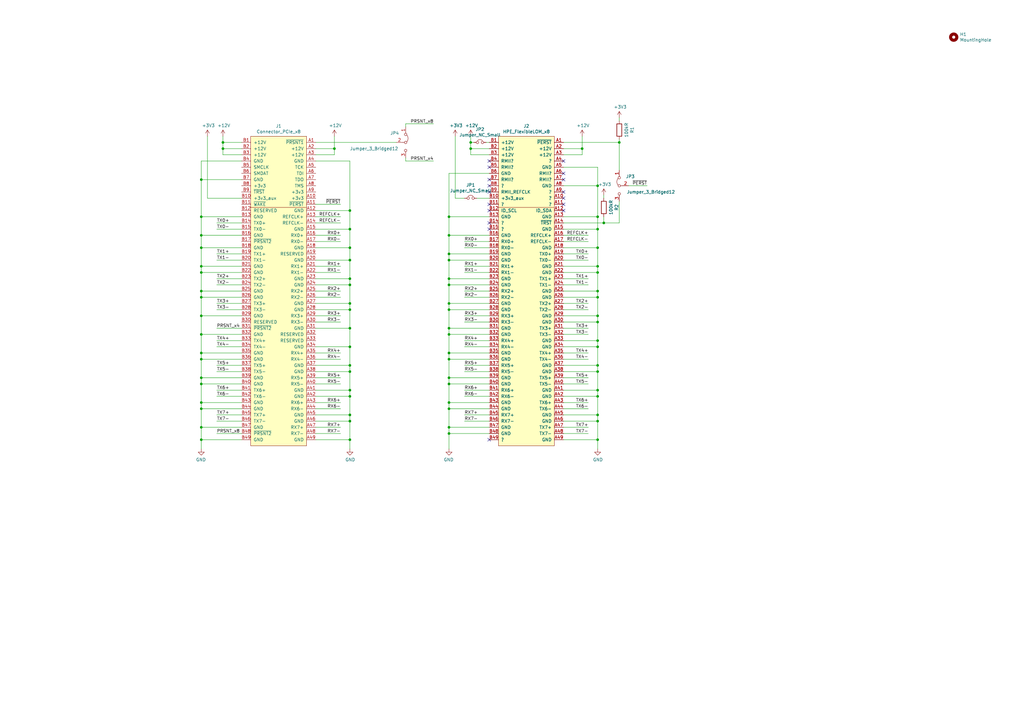
<source format=kicad_sch>
(kicad_sch (version 20230121) (generator eeschema)

  (uuid 69aca1ca-7746-47a2-9017-58ebcd215db4)

  (paper "A3")

  (lib_symbols
    (symbol "Device:R" (pin_numbers hide) (pin_names (offset 0)) (in_bom yes) (on_board yes)
      (property "Reference" "R" (at 2.032 0 90)
        (effects (font (size 1.27 1.27)))
      )
      (property "Value" "R" (at 0 0 90)
        (effects (font (size 1.27 1.27)))
      )
      (property "Footprint" "" (at -1.778 0 90)
        (effects (font (size 1.27 1.27)) hide)
      )
      (property "Datasheet" "~" (at 0 0 0)
        (effects (font (size 1.27 1.27)) hide)
      )
      (property "ki_keywords" "R res resistor" (at 0 0 0)
        (effects (font (size 1.27 1.27)) hide)
      )
      (property "ki_description" "Resistor" (at 0 0 0)
        (effects (font (size 1.27 1.27)) hide)
      )
      (property "ki_fp_filters" "R_*" (at 0 0 0)
        (effects (font (size 1.27 1.27)) hide)
      )
      (symbol "R_0_1"
        (rectangle (start -1.016 -2.54) (end 1.016 2.54)
          (stroke (width 0.254) (type default))
          (fill (type none))
        )
      )
      (symbol "R_1_1"
        (pin passive line (at 0 3.81 270) (length 1.27)
          (name "~" (effects (font (size 1.27 1.27))))
          (number "1" (effects (font (size 1.27 1.27))))
        )
        (pin passive line (at 0 -3.81 90) (length 1.27)
          (name "~" (effects (font (size 1.27 1.27))))
          (number "2" (effects (font (size 1.27 1.27))))
        )
      )
    )
    (symbol "HPE_FlexibleLOM:HPE_FlexibleLOM_x8" (pin_names (offset 1.016)) (in_bom yes) (on_board yes)
      (property "Reference" "J" (at 0 127 0)
        (effects (font (size 1.27 1.27)))
      )
      (property "Value" "HPE_FlexibleLOM_x8" (at 0 127 0)
        (effects (font (size 1.27 1.27)))
      )
      (property "Footprint" "" (at 0 127 0)
        (effects (font (size 1.27 1.27)) hide)
      )
      (property "Datasheet" "" (at 0 127 0)
        (effects (font (size 1.27 1.27)) hide)
      )
      (symbol "HPE_FlexibleLOM_x8_1_1"
        (rectangle (start -11.43 67.31) (end 11.43 -59.69)
          (stroke (width 0) (type solid))
          (fill (type background))
        )
        (polyline
          (pts
            (xy -11.43 38.1)
            (xy 11.43 38.1)
          )
          (stroke (width 0) (type solid))
          (fill (type none))
        )
        (pin input line (at 15.24 64.77 180) (length 3.81)
          (name "~{PERST}" (effects (font (size 1.27 1.27))))
          (number "A1" (effects (font (size 1.27 1.27))))
        )
        (pin unspecified line (at 15.24 41.91 180) (length 3.81)
          (name "?" (effects (font (size 1.27 1.27))))
          (number "A10" (effects (font (size 1.27 1.27))))
        )
        (pin unspecified line (at 15.24 39.37 180) (length 3.81)
          (name "?" (effects (font (size 1.27 1.27))))
          (number "A11" (effects (font (size 1.27 1.27))))
        )
        (pin open_collector line (at 15.24 36.83 180) (length 3.81)
          (name "ID_SDA" (effects (font (size 1.27 1.27))))
          (number "A12" (effects (font (size 1.27 1.27))))
        )
        (pin power_in line (at 15.24 34.29 180) (length 3.81)
          (name "GND" (effects (font (size 1.27 1.27))))
          (number "A13" (effects (font (size 1.27 1.27))))
        )
        (pin input line (at 15.24 31.75 180) (length 3.81)
          (name "~{TRST}" (effects (font (size 1.27 1.27))))
          (number "A14" (effects (font (size 1.27 1.27))))
        )
        (pin power_in line (at 15.24 29.21 180) (length 3.81)
          (name "GND" (effects (font (size 1.27 1.27))))
          (number "A15" (effects (font (size 1.27 1.27))))
        )
        (pin input line (at 15.24 26.67 180) (length 3.81)
          (name "REFCLK+" (effects (font (size 1.27 1.27))))
          (number "A16" (effects (font (size 1.27 1.27))))
        )
        (pin input line (at 15.24 24.13 180) (length 3.81)
          (name "REFCLK-" (effects (font (size 1.27 1.27))))
          (number "A17" (effects (font (size 1.27 1.27))))
        )
        (pin power_in line (at 15.24 21.59 180) (length 3.81)
          (name "GND" (effects (font (size 1.27 1.27))))
          (number "A18" (effects (font (size 1.27 1.27))))
        )
        (pin input line (at 15.24 19.05 180) (length 3.81)
          (name "TX0+" (effects (font (size 1.27 1.27))))
          (number "A19" (effects (font (size 1.27 1.27))))
        )
        (pin power_in line (at 15.24 62.23 180) (length 3.81)
          (name "+12V" (effects (font (size 1.27 1.27))))
          (number "A2" (effects (font (size 1.27 1.27))))
        )
        (pin input line (at 15.24 16.51 180) (length 3.81)
          (name "TX0-" (effects (font (size 1.27 1.27))))
          (number "A20" (effects (font (size 1.27 1.27))))
        )
        (pin power_in line (at 15.24 13.97 180) (length 3.81)
          (name "GND" (effects (font (size 1.27 1.27))))
          (number "A21" (effects (font (size 1.27 1.27))))
        )
        (pin power_in line (at 15.24 11.43 180) (length 3.81)
          (name "GND" (effects (font (size 1.27 1.27))))
          (number "A22" (effects (font (size 1.27 1.27))))
        )
        (pin input line (at 15.24 8.89 180) (length 3.81)
          (name "TX1+" (effects (font (size 1.27 1.27))))
          (number "A23" (effects (font (size 1.27 1.27))))
        )
        (pin input line (at 15.24 6.35 180) (length 3.81)
          (name "TX1-" (effects (font (size 1.27 1.27))))
          (number "A24" (effects (font (size 1.27 1.27))))
        )
        (pin power_in line (at 15.24 3.81 180) (length 3.81)
          (name "GND" (effects (font (size 1.27 1.27))))
          (number "A25" (effects (font (size 1.27 1.27))))
        )
        (pin power_in line (at 15.24 1.27 180) (length 3.81)
          (name "GND" (effects (font (size 1.27 1.27))))
          (number "A26" (effects (font (size 1.27 1.27))))
        )
        (pin input line (at 15.24 -1.27 180) (length 3.81)
          (name "TX2+" (effects (font (size 1.27 1.27))))
          (number "A27" (effects (font (size 1.27 1.27))))
        )
        (pin input line (at 15.24 -3.81 180) (length 3.81)
          (name "TX2-" (effects (font (size 1.27 1.27))))
          (number "A28" (effects (font (size 1.27 1.27))))
        )
        (pin power_in line (at 15.24 -6.35 180) (length 3.81)
          (name "GND" (effects (font (size 1.27 1.27))))
          (number "A29" (effects (font (size 1.27 1.27))))
        )
        (pin power_in line (at 15.24 59.69 180) (length 3.81)
          (name "+12V" (effects (font (size 1.27 1.27))))
          (number "A3" (effects (font (size 1.27 1.27))))
        )
        (pin power_in line (at 15.24 -8.89 180) (length 3.81)
          (name "GND" (effects (font (size 1.27 1.27))))
          (number "A30" (effects (font (size 1.27 1.27))))
        )
        (pin input line (at 15.24 -11.43 180) (length 3.81)
          (name "TX3+" (effects (font (size 1.27 1.27))))
          (number "A31" (effects (font (size 1.27 1.27))))
        )
        (pin input line (at 15.24 -13.97 180) (length 3.81)
          (name "TX3-" (effects (font (size 1.27 1.27))))
          (number "A32" (effects (font (size 1.27 1.27))))
        )
        (pin power_in line (at 15.24 -16.51 180) (length 3.81)
          (name "GND" (effects (font (size 1.27 1.27))))
          (number "A33" (effects (font (size 1.27 1.27))))
        )
        (pin power_in line (at 15.24 -19.05 180) (length 3.81)
          (name "GND" (effects (font (size 1.27 1.27))))
          (number "A34" (effects (font (size 1.27 1.27))))
        )
        (pin input line (at 15.24 -21.59 180) (length 3.81)
          (name "TX4+" (effects (font (size 1.27 1.27))))
          (number "A35" (effects (font (size 1.27 1.27))))
        )
        (pin input line (at 15.24 -24.13 180) (length 3.81)
          (name "TX4-" (effects (font (size 1.27 1.27))))
          (number "A36" (effects (font (size 1.27 1.27))))
        )
        (pin power_in line (at 15.24 -26.67 180) (length 3.81)
          (name "GND" (effects (font (size 1.27 1.27))))
          (number "A37" (effects (font (size 1.27 1.27))))
        )
        (pin power_in line (at 15.24 -29.21 180) (length 3.81)
          (name "GND" (effects (font (size 1.27 1.27))))
          (number "A38" (effects (font (size 1.27 1.27))))
        )
        (pin input line (at 15.24 -31.75 180) (length 3.81)
          (name "TX5+" (effects (font (size 1.27 1.27))))
          (number "A39" (effects (font (size 1.27 1.27))))
        )
        (pin unspecified line (at 15.24 57.15 180) (length 3.81)
          (name "?" (effects (font (size 1.27 1.27))))
          (number "A4" (effects (font (size 1.27 1.27))))
        )
        (pin input line (at 15.24 -34.29 180) (length 3.81)
          (name "TX5-" (effects (font (size 1.27 1.27))))
          (number "A40" (effects (font (size 1.27 1.27))))
        )
        (pin power_in line (at 15.24 -36.83 180) (length 3.81)
          (name "GND" (effects (font (size 1.27 1.27))))
          (number "A41" (effects (font (size 1.27 1.27))))
        )
        (pin power_in line (at 15.24 -39.37 180) (length 3.81)
          (name "GND" (effects (font (size 1.27 1.27))))
          (number "A42" (effects (font (size 1.27 1.27))))
        )
        (pin input line (at 15.24 -41.91 180) (length 3.81)
          (name "TX6+" (effects (font (size 1.27 1.27))))
          (number "A43" (effects (font (size 1.27 1.27))))
        )
        (pin input line (at 15.24 -44.45 180) (length 3.81)
          (name "TX6-" (effects (font (size 1.27 1.27))))
          (number "A44" (effects (font (size 1.27 1.27))))
        )
        (pin power_in line (at 15.24 -46.99 180) (length 3.81)
          (name "GND" (effects (font (size 1.27 1.27))))
          (number "A45" (effects (font (size 1.27 1.27))))
        )
        (pin power_in line (at 15.24 -49.53 180) (length 3.81)
          (name "GND" (effects (font (size 1.27 1.27))))
          (number "A46" (effects (font (size 1.27 1.27))))
        )
        (pin input line (at 15.24 -52.07 180) (length 3.81)
          (name "TX7+" (effects (font (size 1.27 1.27))))
          (number "A47" (effects (font (size 1.27 1.27))))
        )
        (pin input line (at 15.24 -54.61 180) (length 3.81)
          (name "TX7-" (effects (font (size 1.27 1.27))))
          (number "A48" (effects (font (size 1.27 1.27))))
        )
        (pin power_in line (at 15.24 -57.15 180) (length 3.81)
          (name "GND" (effects (font (size 1.27 1.27))))
          (number "A49" (effects (font (size 1.27 1.27))))
        )
        (pin power_in line (at 15.24 54.61 180) (length 3.81)
          (name "GND" (effects (font (size 1.27 1.27))))
          (number "A5" (effects (font (size 1.27 1.27))))
        )
        (pin unspecified line (at 15.24 52.07 180) (length 3.81)
          (name "RMII?" (effects (font (size 1.27 1.27))))
          (number "A6" (effects (font (size 1.27 1.27))))
        )
        (pin unspecified line (at 15.24 49.53 180) (length 3.81)
          (name "RMII?" (effects (font (size 1.27 1.27))))
          (number "A7" (effects (font (size 1.27 1.27))))
        )
        (pin power_in line (at 15.24 46.99 180) (length 3.81)
          (name "GND" (effects (font (size 1.27 1.27))))
          (number "A8" (effects (font (size 1.27 1.27))))
        )
        (pin unspecified line (at 15.24 44.45 180) (length 3.81)
          (name "?" (effects (font (size 1.27 1.27))))
          (number "A9" (effects (font (size 1.27 1.27))))
        )
        (pin power_in line (at -15.24 64.77 0) (length 3.81)
          (name "+12V" (effects (font (size 1.27 1.27))))
          (number "B1" (effects (font (size 1.27 1.27))))
        )
        (pin power_in line (at -15.24 41.91 0) (length 3.81)
          (name "+3v3_aux" (effects (font (size 1.27 1.27))))
          (number "B10" (effects (font (size 1.27 1.27))))
        )
        (pin unspecified line (at -15.24 39.37 0) (length 3.81)
          (name "?" (effects (font (size 1.27 1.27))))
          (number "B11" (effects (font (size 1.27 1.27))))
        )
        (pin input line (at -15.24 36.83 0) (length 3.81)
          (name "ID_SCL" (effects (font (size 1.27 1.27))))
          (number "B12" (effects (font (size 1.27 1.27))))
        )
        (pin power_in line (at -15.24 34.29 0) (length 3.81)
          (name "GND" (effects (font (size 1.27 1.27))))
          (number "B13" (effects (font (size 1.27 1.27))))
        )
        (pin unspecified line (at -15.24 31.75 0) (length 3.81)
          (name "?" (effects (font (size 1.27 1.27))))
          (number "B14" (effects (font (size 1.27 1.27))))
        )
        (pin unspecified line (at -15.24 29.21 0) (length 3.81)
          (name "?" (effects (font (size 1.27 1.27))))
          (number "B15" (effects (font (size 1.27 1.27))))
        )
        (pin power_in line (at -15.24 26.67 0) (length 3.81)
          (name "GND" (effects (font (size 1.27 1.27))))
          (number "B16" (effects (font (size 1.27 1.27))))
        )
        (pin output line (at -15.24 24.13 0) (length 3.81)
          (name "RX0+" (effects (font (size 1.27 1.27))))
          (number "B17" (effects (font (size 1.27 1.27))))
        )
        (pin output line (at -15.24 21.59 0) (length 3.81)
          (name "RX0-" (effects (font (size 1.27 1.27))))
          (number "B18" (effects (font (size 1.27 1.27))))
        )
        (pin power_in line (at -15.24 19.05 0) (length 3.81)
          (name "GND" (effects (font (size 1.27 1.27))))
          (number "B19" (effects (font (size 1.27 1.27))))
        )
        (pin power_in line (at -15.24 62.23 0) (length 3.81)
          (name "+12V" (effects (font (size 1.27 1.27))))
          (number "B2" (effects (font (size 1.27 1.27))))
        )
        (pin power_in line (at -15.24 16.51 0) (length 3.81)
          (name "GND" (effects (font (size 1.27 1.27))))
          (number "B20" (effects (font (size 1.27 1.27))))
        )
        (pin output line (at -15.24 13.97 0) (length 3.81)
          (name "RX1+" (effects (font (size 1.27 1.27))))
          (number "B21" (effects (font (size 1.27 1.27))))
        )
        (pin output line (at -15.24 11.43 0) (length 3.81)
          (name "RX1-" (effects (font (size 1.27 1.27))))
          (number "B22" (effects (font (size 1.27 1.27))))
        )
        (pin power_in line (at -15.24 8.89 0) (length 3.81)
          (name "GND" (effects (font (size 1.27 1.27))))
          (number "B23" (effects (font (size 1.27 1.27))))
        )
        (pin power_in line (at -15.24 6.35 0) (length 3.81)
          (name "GND" (effects (font (size 1.27 1.27))))
          (number "B24" (effects (font (size 1.27 1.27))))
        )
        (pin output line (at -15.24 3.81 0) (length 3.81)
          (name "RX2+" (effects (font (size 1.27 1.27))))
          (number "B25" (effects (font (size 1.27 1.27))))
        )
        (pin output line (at -15.24 1.27 0) (length 3.81)
          (name "RX2-" (effects (font (size 1.27 1.27))))
          (number "B26" (effects (font (size 1.27 1.27))))
        )
        (pin power_in line (at -15.24 -1.27 0) (length 3.81)
          (name "GND" (effects (font (size 1.27 1.27))))
          (number "B27" (effects (font (size 1.27 1.27))))
        )
        (pin power_in line (at -15.24 -3.81 0) (length 3.81)
          (name "GND" (effects (font (size 1.27 1.27))))
          (number "B28" (effects (font (size 1.27 1.27))))
        )
        (pin output line (at -15.24 -6.35 0) (length 3.81)
          (name "RX3+" (effects (font (size 1.27 1.27))))
          (number "B29" (effects (font (size 1.27 1.27))))
        )
        (pin power_in line (at -15.24 59.69 0) (length 3.81)
          (name "+12V" (effects (font (size 1.27 1.27))))
          (number "B3" (effects (font (size 1.27 1.27))))
        )
        (pin output line (at -15.24 -8.89 0) (length 3.81)
          (name "RX3-" (effects (font (size 1.27 1.27))))
          (number "B30" (effects (font (size 1.27 1.27))))
        )
        (pin power_in line (at -15.24 -11.43 0) (length 3.81)
          (name "GND" (effects (font (size 1.27 1.27))))
          (number "B31" (effects (font (size 1.27 1.27))))
        )
        (pin power_in line (at -15.24 -13.97 0) (length 3.81)
          (name "GND" (effects (font (size 1.27 1.27))))
          (number "B32" (effects (font (size 1.27 1.27))))
        )
        (pin output line (at -15.24 -16.51 0) (length 3.81)
          (name "RX4+" (effects (font (size 1.27 1.27))))
          (number "B33" (effects (font (size 1.27 1.27))))
        )
        (pin output line (at -15.24 -19.05 0) (length 3.81)
          (name "RX4-" (effects (font (size 1.27 1.27))))
          (number "B34" (effects (font (size 1.27 1.27))))
        )
        (pin power_in line (at -15.24 -21.59 0) (length 3.81)
          (name "GND" (effects (font (size 1.27 1.27))))
          (number "B35" (effects (font (size 1.27 1.27))))
        )
        (pin power_in line (at -15.24 -24.13 0) (length 3.81)
          (name "GND" (effects (font (size 1.27 1.27))))
          (number "B36" (effects (font (size 1.27 1.27))))
        )
        (pin output line (at -15.24 -26.67 0) (length 3.81)
          (name "RX5+" (effects (font (size 1.27 1.27))))
          (number "B37" (effects (font (size 1.27 1.27))))
        )
        (pin output line (at -15.24 -29.21 0) (length 3.81)
          (name "RX5-" (effects (font (size 1.27 1.27))))
          (number "B38" (effects (font (size 1.27 1.27))))
        )
        (pin power_in line (at -15.24 -31.75 0) (length 3.81)
          (name "GND" (effects (font (size 1.27 1.27))))
          (number "B39" (effects (font (size 1.27 1.27))))
        )
        (pin unspecified line (at -15.24 57.15 0) (length 3.81)
          (name "RMII?" (effects (font (size 1.27 1.27))))
          (number "B4" (effects (font (size 1.27 1.27))))
        )
        (pin power_in line (at -15.24 -34.29 0) (length 3.81)
          (name "GND" (effects (font (size 1.27 1.27))))
          (number "B40" (effects (font (size 1.27 1.27))))
        )
        (pin output line (at -15.24 -36.83 0) (length 3.81)
          (name "RX6+" (effects (font (size 1.27 1.27))))
          (number "B41" (effects (font (size 1.27 1.27))))
        )
        (pin output line (at -15.24 -39.37 0) (length 3.81)
          (name "RX6-" (effects (font (size 1.27 1.27))))
          (number "B42" (effects (font (size 1.27 1.27))))
        )
        (pin power_in line (at -15.24 -41.91 0) (length 3.81)
          (name "GND" (effects (font (size 1.27 1.27))))
          (number "B43" (effects (font (size 1.27 1.27))))
        )
        (pin power_in line (at -15.24 -44.45 0) (length 3.81)
          (name "GND" (effects (font (size 1.27 1.27))))
          (number "B44" (effects (font (size 1.27 1.27))))
        )
        (pin output line (at -15.24 -46.99 0) (length 3.81)
          (name "RX7+" (effects (font (size 1.27 1.27))))
          (number "B45" (effects (font (size 1.27 1.27))))
        )
        (pin output line (at -15.24 -49.53 0) (length 3.81)
          (name "RX7-" (effects (font (size 1.27 1.27))))
          (number "B46" (effects (font (size 1.27 1.27))))
        )
        (pin power_in line (at -15.24 -52.07 0) (length 3.81)
          (name "GND" (effects (font (size 1.27 1.27))))
          (number "B47" (effects (font (size 1.27 1.27))))
        )
        (pin power_in line (at -15.24 -54.61 0) (length 3.81)
          (name "GND" (effects (font (size 1.27 1.27))))
          (number "B48" (effects (font (size 1.27 1.27))))
        )
        (pin unspecified line (at -15.24 -57.15 0) (length 3.81)
          (name "?" (effects (font (size 1.27 1.27))))
          (number "B49" (effects (font (size 1.27 1.27))))
        )
        (pin unspecified line (at -15.24 54.61 0) (length 3.81)
          (name "RMII?" (effects (font (size 1.27 1.27))))
          (number "B5" (effects (font (size 1.27 1.27))))
        )
        (pin power_in line (at -15.24 52.07 0) (length 3.81)
          (name "GND" (effects (font (size 1.27 1.27))))
          (number "B6" (effects (font (size 1.27 1.27))))
        )
        (pin unspecified line (at -15.24 49.53 0) (length 3.81)
          (name "RMII?" (effects (font (size 1.27 1.27))))
          (number "B7" (effects (font (size 1.27 1.27))))
        )
        (pin unspecified line (at -15.24 46.99 0) (length 3.81)
          (name "?" (effects (font (size 1.27 1.27))))
          (number "B8" (effects (font (size 1.27 1.27))))
        )
        (pin unspecified line (at -15.24 44.45 0) (length 3.81)
          (name "RMII_REFCLK" (effects (font (size 1.27 1.27))))
          (number "B9" (effects (font (size 1.27 1.27))))
        )
      )
    )
    (symbol "HPE_FlexibleLOM_adapter_x4-rescue:Jumper_3_Bridged12-Jumper" (pin_names (offset 0) hide) (in_bom yes) (on_board yes)
      (property "Reference" "JP" (at -2.54 -2.54 0)
        (effects (font (size 1.27 1.27)))
      )
      (property "Value" "Jumper_Jumper_3_Bridged12" (at 0 2.794 0)
        (effects (font (size 1.27 1.27)))
      )
      (property "Footprint" "" (at 0 0 0)
        (effects (font (size 1.27 1.27)) hide)
      )
      (property "Datasheet" "" (at 0 0 0)
        (effects (font (size 1.27 1.27)) hide)
      )
      (property "ki_fp_filters" "Jumper* TestPoint*3Pads* TestPoint*Bridge*" (at 0 0 0)
        (effects (font (size 1.27 1.27)) hide)
      )
      (symbol "Jumper_3_Bridged12-Jumper_0_0"
        (circle (center -3.302 0) (radius 0.508)
          (stroke (width 0) (type solid))
          (fill (type none))
        )
        (circle (center 0 0) (radius 0.508)
          (stroke (width 0) (type solid))
          (fill (type none))
        )
        (circle (center 3.302 0) (radius 0.508)
          (stroke (width 0) (type solid))
          (fill (type none))
        )
      )
      (symbol "Jumper_3_Bridged12-Jumper_0_1"
        (arc (start -0.254 0.508) (mid -1.651 0.9912) (end -3.048 0.508)
          (stroke (width 0) (type solid))
          (fill (type none))
        )
        (polyline
          (pts
            (xy 0 -1.27)
            (xy 0 -0.508)
          )
          (stroke (width 0) (type solid))
          (fill (type none))
        )
      )
      (symbol "Jumper_3_Bridged12-Jumper_1_1"
        (pin passive line (at -6.35 0 0) (length 2.54)
          (name "A" (effects (font (size 1.27 1.27))))
          (number "1" (effects (font (size 1.27 1.27))))
        )
        (pin input line (at 0 -3.81 90) (length 2.54)
          (name "C" (effects (font (size 1.27 1.27))))
          (number "2" (effects (font (size 1.27 1.27))))
        )
        (pin passive line (at 6.35 0 180) (length 2.54)
          (name "B" (effects (font (size 1.27 1.27))))
          (number "3" (effects (font (size 1.27 1.27))))
        )
      )
    )
    (symbol "HPE_FlexibleLOM_adapter_x4-rescue:Jumper_NC_Small-Device" (pin_numbers hide) (pin_names (offset 0.762) hide) (in_bom yes) (on_board yes)
      (property "Reference" "JP" (at 0 2.032 0)
        (effects (font (size 1.27 1.27)))
      )
      (property "Value" "Device_Jumper_NC_Small" (at 0.254 -1.524 0)
        (effects (font (size 1.27 1.27)))
      )
      (property "Footprint" "" (at 0 0 0)
        (effects (font (size 1.27 1.27)) hide)
      )
      (property "Datasheet" "" (at 0 0 0)
        (effects (font (size 1.27 1.27)) hide)
      )
      (property "ki_fp_filters" "SolderJumper*Bridged* Jumper* TestPoint*2Pads* TestPoint*Bridge*" (at 0 0 0)
        (effects (font (size 1.27 1.27)) hide)
      )
      (symbol "Jumper_NC_Small-Device_0_1"
        (circle (center -1.016 0) (radius 0.508)
          (stroke (width 0) (type solid))
          (fill (type none))
        )
        (circle (center 1.016 0) (radius 0.508)
          (stroke (width 0) (type solid))
          (fill (type none))
        )
        (arc (start 1.016 0.762) (mid 0 1.1828) (end -1.016 0.762)
          (stroke (width 0) (type solid))
          (fill (type none))
        )
        (pin passive line (at -2.54 0 0) (length 1.016)
          (name "1" (effects (font (size 1.27 1.27))))
          (number "1" (effects (font (size 1.27 1.27))))
        )
        (pin passive line (at 2.54 0 180) (length 1.016)
          (name "2" (effects (font (size 1.27 1.27))))
          (number "2" (effects (font (size 1.27 1.27))))
        )
      )
    )
    (symbol "Mechanical:MountingHole" (pin_names (offset 1.016)) (in_bom yes) (on_board yes)
      (property "Reference" "H" (at 0 5.08 0)
        (effects (font (size 1.27 1.27)))
      )
      (property "Value" "MountingHole" (at 0 3.175 0)
        (effects (font (size 1.27 1.27)))
      )
      (property "Footprint" "" (at 0 0 0)
        (effects (font (size 1.27 1.27)) hide)
      )
      (property "Datasheet" "~" (at 0 0 0)
        (effects (font (size 1.27 1.27)) hide)
      )
      (property "ki_keywords" "mounting hole" (at 0 0 0)
        (effects (font (size 1.27 1.27)) hide)
      )
      (property "ki_description" "Mounting Hole without connection" (at 0 0 0)
        (effects (font (size 1.27 1.27)) hide)
      )
      (property "ki_fp_filters" "MountingHole*" (at 0 0 0)
        (effects (font (size 1.27 1.27)) hide)
      )
      (symbol "MountingHole_0_1"
        (circle (center 0 0) (radius 1.27)
          (stroke (width 1.27) (type default))
          (fill (type none))
        )
      )
    )
    (symbol "PCIe:Connector_PCIe_x8" (pin_names (offset 1.0922)) (in_bom yes) (on_board yes)
      (property "Reference" "J" (at 0 57.15 0)
        (effects (font (size 1.27 1.27)))
      )
      (property "Value" "Connector_PCIe_x8" (at 0 68.58 0)
        (effects (font (size 1.27 1.27)))
      )
      (property "Footprint" "" (at -1.27 57.15 0)
        (effects (font (size 1.27 1.27)) hide)
      )
      (property "Datasheet" "" (at -1.27 57.15 0)
        (effects (font (size 1.27 1.27)) hide)
      )
      (symbol "Connector_PCIe_x8_0_0"
        (pin passive line (at 15.24 64.77 180) (length 3.81)
          (name "~{PRSNT1}" (effects (font (size 1.27 1.27))))
          (number "A1" (effects (font (size 1.27 1.27))))
        )
        (pin power_in line (at 15.24 41.91 180) (length 3.81)
          (name "+3v3" (effects (font (size 1.27 1.27))))
          (number "A10" (effects (font (size 1.27 1.27))))
        )
        (pin input line (at 15.24 39.37 180) (length 3.81)
          (name "~{PERST}" (effects (font (size 1.27 1.27))))
          (number "A11" (effects (font (size 1.27 1.27))))
        )
        (pin power_in line (at 15.24 36.83 180) (length 3.81)
          (name "GND" (effects (font (size 1.27 1.27))))
          (number "A12" (effects (font (size 1.27 1.27))))
        )
        (pin input line (at 15.24 34.29 180) (length 3.81)
          (name "REFCLK+" (effects (font (size 1.27 1.27))))
          (number "A13" (effects (font (size 1.27 1.27))))
        )
        (pin input line (at 15.24 31.75 180) (length 3.81)
          (name "REFCLK-" (effects (font (size 1.27 1.27))))
          (number "A14" (effects (font (size 1.27 1.27))))
        )
        (pin power_in line (at 15.24 29.21 180) (length 3.81)
          (name "GND" (effects (font (size 1.27 1.27))))
          (number "A15" (effects (font (size 1.27 1.27))))
        )
        (pin output line (at 15.24 26.67 180) (length 3.81)
          (name "RX0+" (effects (font (size 1.27 1.27))))
          (number "A16" (effects (font (size 1.27 1.27))))
        )
        (pin output line (at 15.24 24.13 180) (length 3.81)
          (name "RX0-" (effects (font (size 1.27 1.27))))
          (number "A17" (effects (font (size 1.27 1.27))))
        )
        (pin power_in line (at 15.24 21.59 180) (length 3.81)
          (name "GND" (effects (font (size 1.27 1.27))))
          (number "A18" (effects (font (size 1.27 1.27))))
        )
        (pin passive line (at 15.24 19.05 180) (length 3.81)
          (name "RESERVED" (effects (font (size 1.27 1.27))))
          (number "A19" (effects (font (size 1.27 1.27))))
        )
        (pin power_in line (at 15.24 62.23 180) (length 3.81)
          (name "+12V" (effects (font (size 1.27 1.27))))
          (number "A2" (effects (font (size 1.27 1.27))))
        )
        (pin power_in line (at 15.24 16.51 180) (length 3.81)
          (name "GND" (effects (font (size 1.27 1.27))))
          (number "A20" (effects (font (size 1.27 1.27))))
        )
        (pin output line (at 15.24 13.97 180) (length 3.81)
          (name "RX1+" (effects (font (size 1.27 1.27))))
          (number "A21" (effects (font (size 1.27 1.27))))
        )
        (pin output line (at 15.24 11.43 180) (length 3.81)
          (name "RX1-" (effects (font (size 1.27 1.27))))
          (number "A22" (effects (font (size 1.27 1.27))))
        )
        (pin power_in line (at 15.24 8.89 180) (length 3.81)
          (name "GND" (effects (font (size 1.27 1.27))))
          (number "A23" (effects (font (size 1.27 1.27))))
        )
        (pin power_in line (at 15.24 6.35 180) (length 3.81)
          (name "GND" (effects (font (size 1.27 1.27))))
          (number "A24" (effects (font (size 1.27 1.27))))
        )
        (pin output line (at 15.24 3.81 180) (length 3.81)
          (name "RX2+" (effects (font (size 1.27 1.27))))
          (number "A25" (effects (font (size 1.27 1.27))))
        )
        (pin output line (at 15.24 1.27 180) (length 3.81)
          (name "RX2-" (effects (font (size 1.27 1.27))))
          (number "A26" (effects (font (size 1.27 1.27))))
        )
        (pin power_in line (at 15.24 -1.27 180) (length 3.81)
          (name "GND" (effects (font (size 1.27 1.27))))
          (number "A27" (effects (font (size 1.27 1.27))))
        )
        (pin power_in line (at 15.24 -3.81 180) (length 3.81)
          (name "GND" (effects (font (size 1.27 1.27))))
          (number "A28" (effects (font (size 1.27 1.27))))
        )
        (pin output line (at 15.24 -6.35 180) (length 3.81)
          (name "RX3+" (effects (font (size 1.27 1.27))))
          (number "A29" (effects (font (size 1.27 1.27))))
        )
        (pin power_in line (at 15.24 59.69 180) (length 3.81)
          (name "+12V" (effects (font (size 1.27 1.27))))
          (number "A3" (effects (font (size 1.27 1.27))))
        )
        (pin output line (at 15.24 -8.89 180) (length 3.81)
          (name "RX3-" (effects (font (size 1.27 1.27))))
          (number "A30" (effects (font (size 1.27 1.27))))
        )
        (pin power_in line (at 15.24 -11.43 180) (length 3.81)
          (name "GND" (effects (font (size 1.27 1.27))))
          (number "A31" (effects (font (size 1.27 1.27))))
        )
        (pin passive line (at 15.24 -13.97 180) (length 3.81)
          (name "RESERVED" (effects (font (size 1.27 1.27))))
          (number "A32" (effects (font (size 1.27 1.27))))
        )
        (pin passive line (at 15.24 -16.51 180) (length 3.81)
          (name "RESERVED" (effects (font (size 1.27 1.27))))
          (number "A33" (effects (font (size 1.27 1.27))))
        )
        (pin power_in line (at 15.24 -19.05 180) (length 3.81)
          (name "GND" (effects (font (size 1.27 1.27))))
          (number "A34" (effects (font (size 1.27 1.27))))
        )
        (pin output line (at 15.24 -21.59 180) (length 3.81)
          (name "RX4+" (effects (font (size 1.27 1.27))))
          (number "A35" (effects (font (size 1.27 1.27))))
        )
        (pin output line (at 15.24 -24.13 180) (length 3.81)
          (name "RX4-" (effects (font (size 1.27 1.27))))
          (number "A36" (effects (font (size 1.27 1.27))))
        )
        (pin power_in line (at 15.24 -26.67 180) (length 3.81)
          (name "GND" (effects (font (size 1.27 1.27))))
          (number "A37" (effects (font (size 1.27 1.27))))
        )
        (pin power_in line (at 15.24 -29.21 180) (length 3.81)
          (name "GND" (effects (font (size 1.27 1.27))))
          (number "A38" (effects (font (size 1.27 1.27))))
        )
        (pin output line (at 15.24 -31.75 180) (length 3.81)
          (name "RX5+" (effects (font (size 1.27 1.27))))
          (number "A39" (effects (font (size 1.27 1.27))))
        )
        (pin power_in line (at 15.24 57.15 180) (length 3.81)
          (name "GND" (effects (font (size 1.27 1.27))))
          (number "A4" (effects (font (size 1.27 1.27))))
        )
        (pin output line (at 15.24 -34.29 180) (length 3.81)
          (name "RX5-" (effects (font (size 1.27 1.27))))
          (number "A40" (effects (font (size 1.27 1.27))))
        )
        (pin power_in line (at 15.24 -36.83 180) (length 3.81)
          (name "GND" (effects (font (size 1.27 1.27))))
          (number "A41" (effects (font (size 1.27 1.27))))
        )
        (pin power_in line (at 15.24 -39.37 180) (length 3.81)
          (name "GND" (effects (font (size 1.27 1.27))))
          (number "A42" (effects (font (size 1.27 1.27))))
        )
        (pin output line (at 15.24 -41.91 180) (length 3.81)
          (name "RX6+" (effects (font (size 1.27 1.27))))
          (number "A43" (effects (font (size 1.27 1.27))))
        )
        (pin output line (at 15.24 -44.45 180) (length 3.81)
          (name "RX6-" (effects (font (size 1.27 1.27))))
          (number "A44" (effects (font (size 1.27 1.27))))
        )
        (pin power_in line (at 15.24 -46.99 180) (length 3.81)
          (name "GND" (effects (font (size 1.27 1.27))))
          (number "A45" (effects (font (size 1.27 1.27))))
        )
        (pin power_in line (at 15.24 -49.53 180) (length 3.81)
          (name "GND" (effects (font (size 1.27 1.27))))
          (number "A46" (effects (font (size 1.27 1.27))))
        )
        (pin output line (at 15.24 -52.07 180) (length 3.81)
          (name "RX7+" (effects (font (size 1.27 1.27))))
          (number "A47" (effects (font (size 1.27 1.27))))
        )
        (pin output line (at 15.24 -54.61 180) (length 3.81)
          (name "RX7-" (effects (font (size 1.27 1.27))))
          (number "A48" (effects (font (size 1.27 1.27))))
        )
        (pin power_in line (at 15.24 -57.15 180) (length 3.81)
          (name "GND" (effects (font (size 1.27 1.27))))
          (number "A49" (effects (font (size 1.27 1.27))))
        )
        (pin input line (at 15.24 54.61 180) (length 3.81)
          (name "TCK" (effects (font (size 1.27 1.27))))
          (number "A5" (effects (font (size 1.27 1.27))))
        )
        (pin input line (at 15.24 52.07 180) (length 3.81)
          (name "TDI" (effects (font (size 1.27 1.27))))
          (number "A6" (effects (font (size 1.27 1.27))))
        )
        (pin output line (at 15.24 49.53 180) (length 3.81)
          (name "TDO" (effects (font (size 1.27 1.27))))
          (number "A7" (effects (font (size 1.27 1.27))))
        )
        (pin input line (at 15.24 46.99 180) (length 3.81)
          (name "TMS" (effects (font (size 1.27 1.27))))
          (number "A8" (effects (font (size 1.27 1.27))))
        )
        (pin power_in line (at 15.24 44.45 180) (length 3.81)
          (name "+3v3" (effects (font (size 1.27 1.27))))
          (number "A9" (effects (font (size 1.27 1.27))))
        )
        (pin power_in line (at -15.24 64.77 0) (length 3.81)
          (name "+12V" (effects (font (size 1.27 1.27))))
          (number "B1" (effects (font (size 1.27 1.27))))
        )
        (pin power_in line (at -15.24 41.91 0) (length 3.81)
          (name "+3v3_aux" (effects (font (size 1.27 1.27))))
          (number "B10" (effects (font (size 1.27 1.27))))
        )
        (pin output line (at -15.24 39.37 0) (length 3.81)
          (name "~{WAKE}" (effects (font (size 1.27 1.27))))
          (number "B11" (effects (font (size 1.27 1.27))))
        )
        (pin passive line (at -15.24 36.83 0) (length 3.81)
          (name "RESERVED" (effects (font (size 1.27 1.27))))
          (number "B12" (effects (font (size 1.27 1.27))))
        )
        (pin power_in line (at -15.24 34.29 0) (length 3.81)
          (name "GND" (effects (font (size 1.27 1.27))))
          (number "B13" (effects (font (size 1.27 1.27))))
        )
        (pin input line (at -15.24 31.75 0) (length 3.81)
          (name "TX0+" (effects (font (size 1.27 1.27))))
          (number "B14" (effects (font (size 1.27 1.27))))
        )
        (pin input line (at -15.24 29.21 0) (length 3.81)
          (name "TX0-" (effects (font (size 1.27 1.27))))
          (number "B15" (effects (font (size 1.27 1.27))))
        )
        (pin power_in line (at -15.24 26.67 0) (length 3.81)
          (name "GND" (effects (font (size 1.27 1.27))))
          (number "B16" (effects (font (size 1.27 1.27))))
        )
        (pin passive line (at -15.24 24.13 0) (length 3.81)
          (name "~{PRSNT2}" (effects (font (size 1.27 1.27))))
          (number "B17" (effects (font (size 1.27 1.27))))
        )
        (pin power_in line (at -15.24 21.59 0) (length 3.81)
          (name "GND" (effects (font (size 1.27 1.27))))
          (number "B18" (effects (font (size 1.27 1.27))))
        )
        (pin input line (at -15.24 19.05 0) (length 3.81)
          (name "TX1+" (effects (font (size 1.27 1.27))))
          (number "B19" (effects (font (size 1.27 1.27))))
        )
        (pin power_in line (at -15.24 62.23 0) (length 3.81)
          (name "+12V" (effects (font (size 1.27 1.27))))
          (number "B2" (effects (font (size 1.27 1.27))))
        )
        (pin input line (at -15.24 16.51 0) (length 3.81)
          (name "TX1-" (effects (font (size 1.27 1.27))))
          (number "B20" (effects (font (size 1.27 1.27))))
        )
        (pin power_in line (at -15.24 13.97 0) (length 3.81)
          (name "GND" (effects (font (size 1.27 1.27))))
          (number "B21" (effects (font (size 1.27 1.27))))
        )
        (pin power_in line (at -15.24 11.43 0) (length 3.81)
          (name "GND" (effects (font (size 1.27 1.27))))
          (number "B22" (effects (font (size 1.27 1.27))))
        )
        (pin input line (at -15.24 8.89 0) (length 3.81)
          (name "TX2+" (effects (font (size 1.27 1.27))))
          (number "B23" (effects (font (size 1.27 1.27))))
        )
        (pin input line (at -15.24 6.35 0) (length 3.81)
          (name "TX2-" (effects (font (size 1.27 1.27))))
          (number "B24" (effects (font (size 1.27 1.27))))
        )
        (pin power_in line (at -15.24 3.81 0) (length 3.81)
          (name "GND" (effects (font (size 1.27 1.27))))
          (number "B25" (effects (font (size 1.27 1.27))))
        )
        (pin power_in line (at -15.24 1.27 0) (length 3.81)
          (name "GND" (effects (font (size 1.27 1.27))))
          (number "B26" (effects (font (size 1.27 1.27))))
        )
        (pin input line (at -15.24 -1.27 0) (length 3.81)
          (name "TX3+" (effects (font (size 1.27 1.27))))
          (number "B27" (effects (font (size 1.27 1.27))))
        )
        (pin input line (at -15.24 -3.81 0) (length 3.81)
          (name "TX3-" (effects (font (size 1.27 1.27))))
          (number "B28" (effects (font (size 1.27 1.27))))
        )
        (pin power_in line (at -15.24 -6.35 0) (length 3.81)
          (name "GND" (effects (font (size 1.27 1.27))))
          (number "B29" (effects (font (size 1.27 1.27))))
        )
        (pin power_in line (at -15.24 59.69 0) (length 3.81)
          (name "+12V" (effects (font (size 1.27 1.27))))
          (number "B3" (effects (font (size 1.27 1.27))))
        )
        (pin passive line (at -15.24 -8.89 0) (length 3.81)
          (name "RESERVED" (effects (font (size 1.27 1.27))))
          (number "B30" (effects (font (size 1.27 1.27))))
        )
        (pin passive line (at -15.24 -11.43 0) (length 3.81)
          (name "~{PRSNT2}" (effects (font (size 1.27 1.27))))
          (number "B31" (effects (font (size 1.27 1.27))))
        )
        (pin power_in line (at -15.24 -13.97 0) (length 3.81)
          (name "GND" (effects (font (size 1.27 1.27))))
          (number "B32" (effects (font (size 1.27 1.27))))
        )
        (pin input line (at -15.24 -16.51 0) (length 3.81)
          (name "TX4+" (effects (font (size 1.27 1.27))))
          (number "B33" (effects (font (size 1.27 1.27))))
        )
        (pin input line (at -15.24 -19.05 0) (length 3.81)
          (name "TX4-" (effects (font (size 1.27 1.27))))
          (number "B34" (effects (font (size 1.27 1.27))))
        )
        (pin power_in line (at -15.24 -21.59 0) (length 3.81)
          (name "GND" (effects (font (size 1.27 1.27))))
          (number "B35" (effects (font (size 1.27 1.27))))
        )
        (pin power_in line (at -15.24 -24.13 0) (length 3.81)
          (name "GND" (effects (font (size 1.27 1.27))))
          (number "B36" (effects (font (size 1.27 1.27))))
        )
        (pin input line (at -15.24 -26.67 0) (length 3.81)
          (name "TX5+" (effects (font (size 1.27 1.27))))
          (number "B37" (effects (font (size 1.27 1.27))))
        )
        (pin input line (at -15.24 -29.21 0) (length 3.81)
          (name "TX5-" (effects (font (size 1.27 1.27))))
          (number "B38" (effects (font (size 1.27 1.27))))
        )
        (pin power_in line (at -15.24 -31.75 0) (length 3.81)
          (name "GND" (effects (font (size 1.27 1.27))))
          (number "B39" (effects (font (size 1.27 1.27))))
        )
        (pin power_in line (at -15.24 57.15 0) (length 3.81)
          (name "GND" (effects (font (size 1.27 1.27))))
          (number "B4" (effects (font (size 1.27 1.27))))
        )
        (pin power_in line (at -15.24 -34.29 0) (length 3.81)
          (name "GND" (effects (font (size 1.27 1.27))))
          (number "B40" (effects (font (size 1.27 1.27))))
        )
        (pin input line (at -15.24 -36.83 0) (length 3.81)
          (name "TX6+" (effects (font (size 1.27 1.27))))
          (number "B41" (effects (font (size 1.27 1.27))))
        )
        (pin input line (at -15.24 -39.37 0) (length 3.81)
          (name "TX6-" (effects (font (size 1.27 1.27))))
          (number "B42" (effects (font (size 1.27 1.27))))
        )
        (pin power_in line (at -15.24 -41.91 0) (length 3.81)
          (name "GND" (effects (font (size 1.27 1.27))))
          (number "B43" (effects (font (size 1.27 1.27))))
        )
        (pin power_in line (at -15.24 -44.45 0) (length 3.81)
          (name "GND" (effects (font (size 1.27 1.27))))
          (number "B44" (effects (font (size 1.27 1.27))))
        )
        (pin input line (at -15.24 -46.99 0) (length 3.81)
          (name "TX7+" (effects (font (size 1.27 1.27))))
          (number "B45" (effects (font (size 1.27 1.27))))
        )
        (pin input line (at -15.24 -49.53 0) (length 3.81)
          (name "TX7-" (effects (font (size 1.27 1.27))))
          (number "B46" (effects (font (size 1.27 1.27))))
        )
        (pin power_in line (at -15.24 -52.07 0) (length 3.81)
          (name "GND" (effects (font (size 1.27 1.27))))
          (number "B47" (effects (font (size 1.27 1.27))))
        )
        (pin passive line (at -15.24 -54.61 0) (length 3.81)
          (name "~{PRSNT2}" (effects (font (size 1.27 1.27))))
          (number "B48" (effects (font (size 1.27 1.27))))
        )
        (pin power_in line (at -15.24 -57.15 0) (length 3.81)
          (name "GND" (effects (font (size 1.27 1.27))))
          (number "B49" (effects (font (size 1.27 1.27))))
        )
        (pin open_collector line (at -15.24 54.61 0) (length 3.81)
          (name "SMCLK" (effects (font (size 1.27 1.27))))
          (number "B5" (effects (font (size 1.27 1.27))))
        )
        (pin open_collector line (at -15.24 52.07 0) (length 3.81)
          (name "SMDAT" (effects (font (size 1.27 1.27))))
          (number "B6" (effects (font (size 1.27 1.27))))
        )
        (pin power_in line (at -15.24 49.53 0) (length 3.81)
          (name "GND" (effects (font (size 1.27 1.27))))
          (number "B7" (effects (font (size 1.27 1.27))))
        )
        (pin power_in line (at -15.24 46.99 0) (length 3.81)
          (name "+3v3" (effects (font (size 1.27 1.27))))
          (number "B8" (effects (font (size 1.27 1.27))))
        )
        (pin input line (at -15.24 44.45 0) (length 3.81)
          (name "~{TRST}" (effects (font (size 1.27 1.27))))
          (number "B9" (effects (font (size 1.27 1.27))))
        )
      )
      (symbol "Connector_PCIe_x8_0_1"
        (rectangle (start -11.43 67.31) (end 11.43 -59.69)
          (stroke (width 0) (type solid))
          (fill (type background))
        )
        (polyline
          (pts
            (xy -11.43 38.1)
            (xy 11.43 38.1)
          )
          (stroke (width 0) (type solid))
          (fill (type none))
        )
      )
    )
    (symbol "power:+12V" (power) (pin_names (offset 0)) (in_bom yes) (on_board yes)
      (property "Reference" "#PWR" (at 0 -3.81 0)
        (effects (font (size 1.27 1.27)) hide)
      )
      (property "Value" "+12V" (at 0 3.556 0)
        (effects (font (size 1.27 1.27)))
      )
      (property "Footprint" "" (at 0 0 0)
        (effects (font (size 1.27 1.27)) hide)
      )
      (property "Datasheet" "" (at 0 0 0)
        (effects (font (size 1.27 1.27)) hide)
      )
      (property "ki_keywords" "global power" (at 0 0 0)
        (effects (font (size 1.27 1.27)) hide)
      )
      (property "ki_description" "Power symbol creates a global label with name \"+12V\"" (at 0 0 0)
        (effects (font (size 1.27 1.27)) hide)
      )
      (symbol "+12V_0_1"
        (polyline
          (pts
            (xy -0.762 1.27)
            (xy 0 2.54)
          )
          (stroke (width 0) (type default))
          (fill (type none))
        )
        (polyline
          (pts
            (xy 0 0)
            (xy 0 2.54)
          )
          (stroke (width 0) (type default))
          (fill (type none))
        )
        (polyline
          (pts
            (xy 0 2.54)
            (xy 0.762 1.27)
          )
          (stroke (width 0) (type default))
          (fill (type none))
        )
      )
      (symbol "+12V_1_1"
        (pin power_in line (at 0 0 90) (length 0) hide
          (name "+12V" (effects (font (size 1.27 1.27))))
          (number "1" (effects (font (size 1.27 1.27))))
        )
      )
    )
    (symbol "power:+3V3" (power) (pin_names (offset 0)) (in_bom yes) (on_board yes)
      (property "Reference" "#PWR" (at 0 -3.81 0)
        (effects (font (size 1.27 1.27)) hide)
      )
      (property "Value" "+3V3" (at 0 3.556 0)
        (effects (font (size 1.27 1.27)))
      )
      (property "Footprint" "" (at 0 0 0)
        (effects (font (size 1.27 1.27)) hide)
      )
      (property "Datasheet" "" (at 0 0 0)
        (effects (font (size 1.27 1.27)) hide)
      )
      (property "ki_keywords" "global power" (at 0 0 0)
        (effects (font (size 1.27 1.27)) hide)
      )
      (property "ki_description" "Power symbol creates a global label with name \"+3V3\"" (at 0 0 0)
        (effects (font (size 1.27 1.27)) hide)
      )
      (symbol "+3V3_0_1"
        (polyline
          (pts
            (xy -0.762 1.27)
            (xy 0 2.54)
          )
          (stroke (width 0) (type default))
          (fill (type none))
        )
        (polyline
          (pts
            (xy 0 0)
            (xy 0 2.54)
          )
          (stroke (width 0) (type default))
          (fill (type none))
        )
        (polyline
          (pts
            (xy 0 2.54)
            (xy 0.762 1.27)
          )
          (stroke (width 0) (type default))
          (fill (type none))
        )
      )
      (symbol "+3V3_1_1"
        (pin power_in line (at 0 0 90) (length 0) hide
          (name "+3V3" (effects (font (size 1.27 1.27))))
          (number "1" (effects (font (size 1.27 1.27))))
        )
      )
    )
    (symbol "power:GND" (power) (pin_names (offset 0)) (in_bom yes) (on_board yes)
      (property "Reference" "#PWR" (at 0 -6.35 0)
        (effects (font (size 1.27 1.27)) hide)
      )
      (property "Value" "GND" (at 0 -3.81 0)
        (effects (font (size 1.27 1.27)))
      )
      (property "Footprint" "" (at 0 0 0)
        (effects (font (size 1.27 1.27)) hide)
      )
      (property "Datasheet" "" (at 0 0 0)
        (effects (font (size 1.27 1.27)) hide)
      )
      (property "ki_keywords" "global power" (at 0 0 0)
        (effects (font (size 1.27 1.27)) hide)
      )
      (property "ki_description" "Power symbol creates a global label with name \"GND\" , ground" (at 0 0 0)
        (effects (font (size 1.27 1.27)) hide)
      )
      (symbol "GND_0_1"
        (polyline
          (pts
            (xy 0 0)
            (xy 0 -1.27)
            (xy 1.27 -1.27)
            (xy 0 -2.54)
            (xy -1.27 -1.27)
            (xy 0 -1.27)
          )
          (stroke (width 0) (type default))
          (fill (type none))
        )
      )
      (symbol "GND_1_1"
        (pin power_in line (at 0 0 270) (length 0) hide
          (name "GND" (effects (font (size 1.27 1.27))))
          (number "1" (effects (font (size 1.27 1.27))))
        )
      )
    )
  )

  (junction (at 184.15 144.78) (diameter 0) (color 0 0 0 0)
    (uuid 0000a080-a74a-4326-90f7-d5d6d9364e51)
  )
  (junction (at 82.55 129.54) (diameter 0) (color 0 0 0 0)
    (uuid 07fdb49d-d815-4087-a501-466523ca472a)
  )
  (junction (at 184.15 167.64) (diameter 0) (color 0 0 0 0)
    (uuid 09f208f1-d4b6-4f09-a5f4-003a435db980)
  )
  (junction (at 82.55 180.34) (diameter 0) (color 0 0 0 0)
    (uuid 0ede4c0f-f5c5-4b83-9372-7552ef176766)
  )
  (junction (at 82.55 157.48) (diameter 0) (color 0 0 0 0)
    (uuid 19dd60cf-7872-4d7e-a36f-5a4328cc28f8)
  )
  (junction (at 184.15 106.68) (diameter 0) (color 0 0 0 0)
    (uuid 1b747aa3-27b5-4b8a-8d25-f5f7cae7fe94)
  )
  (junction (at 193.04 60.96) (diameter 0) (color 0 0 0 0)
    (uuid 2032f995-f1e1-4ac3-b4b7-4111615017e3)
  )
  (junction (at 143.51 124.46) (diameter 0) (color 0 0 0 0)
    (uuid 20746acd-e959-4d64-b7c8-f9d1cfbdc21b)
  )
  (junction (at 245.11 93.98) (diameter 0) (color 0 0 0 0)
    (uuid 2076e16f-39b5-4ca9-b0a0-921aaae950b2)
  )
  (junction (at 184.15 177.8) (diameter 0) (color 0 0 0 0)
    (uuid 246e2e73-b393-4272-8c35-ef5563ecc406)
  )
  (junction (at 143.51 160.02) (diameter 0) (color 0 0 0 0)
    (uuid 2a711fa1-0068-43d4-af58-d013e5ea6b7f)
  )
  (junction (at 82.55 147.32) (diameter 0) (color 0 0 0 0)
    (uuid 2aa883e3-0ee2-44e8-830c-b9ebc24f64a1)
  )
  (junction (at 184.15 175.26) (diameter 0) (color 0 0 0 0)
    (uuid 2af3f362-6519-49fb-83ae-657e6820961b)
  )
  (junction (at 143.51 116.84) (diameter 0) (color 0 0 0 0)
    (uuid 2f2196de-4a9a-4306-8eb5-e8a6310fdc0c)
  )
  (junction (at 254 58.42) (diameter 0) (color 0 0 0 0)
    (uuid 2f8b04a3-7cb0-4af0-a61e-91537ad28e97)
  )
  (junction (at 143.51 106.68) (diameter 0) (color 0 0 0 0)
    (uuid 2f9ab657-6968-48f5-a91b-c8318c6bc6da)
  )
  (junction (at 82.55 119.38) (diameter 0) (color 0 0 0 0)
    (uuid 3061fea2-c0e1-467b-815e-dc480d75e03b)
  )
  (junction (at 245.11 160.02) (diameter 0) (color 0 0 0 0)
    (uuid 30f5d78d-1d64-41b9-8e72-a45e56c017d2)
  )
  (junction (at 91.44 58.42) (diameter 0) (color 0 0 0 0)
    (uuid 3435cf13-ed41-4324-a325-f896e479d8d9)
  )
  (junction (at 82.55 121.92) (diameter 0) (color 0 0 0 0)
    (uuid 3497f800-1a41-46a9-9909-2b8ea2944050)
  )
  (junction (at 137.16 60.96) (diameter 0) (color 0 0 0 0)
    (uuid 34cc198a-0bfe-42ed-8025-cdf173dbdd3c)
  )
  (junction (at 82.55 73.66) (diameter 0) (color 0 0 0 0)
    (uuid 3a45d126-8aa9-4cff-8aec-f44105da864e)
  )
  (junction (at 245.11 101.6) (diameter 0) (color 0 0 0 0)
    (uuid 4dd9a2ca-49dd-4e38-9e38-9fba85ee7169)
  )
  (junction (at 82.55 88.9) (diameter 0) (color 0 0 0 0)
    (uuid 4e59c8b4-1486-465f-951e-badf1d2b27a8)
  )
  (junction (at 184.15 96.52) (diameter 0) (color 0 0 0 0)
    (uuid 4fd336a6-dcc0-4aec-8609-5f2d9d1139c5)
  )
  (junction (at 245.11 139.7) (diameter 0) (color 0 0 0 0)
    (uuid 52c2ab4d-4dd9-4465-bb06-d3051226e96d)
  )
  (junction (at 245.11 170.18) (diameter 0) (color 0 0 0 0)
    (uuid 553efb11-837c-4b9e-a99f-4e1f3e563363)
  )
  (junction (at 143.51 149.86) (diameter 0) (color 0 0 0 0)
    (uuid 55adc0a3-a5de-400f-b34b-e7c42b60d605)
  )
  (junction (at 143.51 162.56) (diameter 0) (color 0 0 0 0)
    (uuid 5b50a06f-af84-4e93-9ebe-bf3ee20cc9ac)
  )
  (junction (at 245.11 121.92) (diameter 0) (color 0 0 0 0)
    (uuid 5b60cc4f-ab34-4303-9641-5d84ffa46188)
  )
  (junction (at 184.15 165.1) (diameter 0) (color 0 0 0 0)
    (uuid 5d907cf8-b089-4f28-a5f0-11a96e81d123)
  )
  (junction (at 193.04 58.42) (diameter 0) (color 0 0 0 0)
    (uuid 5f2ac39d-6f50-4df2-a88d-9ab8d130c385)
  )
  (junction (at 143.51 134.62) (diameter 0) (color 0 0 0 0)
    (uuid 6112d101-579f-4819-a385-54714401af18)
  )
  (junction (at 184.15 104.14) (diameter 0) (color 0 0 0 0)
    (uuid 63c00b8a-7e58-47b8-aafb-75769e33961c)
  )
  (junction (at 245.11 119.38) (diameter 0) (color 0 0 0 0)
    (uuid 72b8997b-cd04-4b76-9602-5df5e5e27f28)
  )
  (junction (at 143.51 114.3) (diameter 0) (color 0 0 0 0)
    (uuid 7339c360-10ee-4d33-973c-e95d37f897e8)
  )
  (junction (at 184.15 88.9) (diameter 0) (color 0 0 0 0)
    (uuid 74bf6b99-6830-49ec-afe6-71329daf57f9)
  )
  (junction (at 245.11 88.9) (diameter 0) (color 0 0 0 0)
    (uuid 7ad3c53d-6060-4853-a44e-b9580a041e8e)
  )
  (junction (at 82.55 109.22) (diameter 0) (color 0 0 0 0)
    (uuid 7cc498df-e06b-45ea-9097-3f3f67c20ecc)
  )
  (junction (at 143.51 127) (diameter 0) (color 0 0 0 0)
    (uuid 819f0283-2eee-40f7-b083-1f761813b6f0)
  )
  (junction (at 143.51 93.98) (diameter 0) (color 0 0 0 0)
    (uuid 81dc36fc-4b04-482d-bc40-5e2a357d8291)
  )
  (junction (at 91.44 60.96) (diameter 0) (color 0 0 0 0)
    (uuid 89058c3d-89f0-42b6-b763-f157b944a641)
  )
  (junction (at 82.55 154.94) (diameter 0) (color 0 0 0 0)
    (uuid 8e2716a4-1e9b-4a6c-9b63-f33301871832)
  )
  (junction (at 184.15 116.84) (diameter 0) (color 0 0 0 0)
    (uuid 8e3a2caa-74c8-4dff-835d-c827348f69f6)
  )
  (junction (at 143.51 86.36) (diameter 0) (color 0 0 0 0)
    (uuid 8e9cc03e-dc98-4a45-aaff-bf0b49c7f903)
  )
  (junction (at 82.55 96.52) (diameter 0) (color 0 0 0 0)
    (uuid 91f8c649-973f-4d5b-bc4e-5718fa3b8bb7)
  )
  (junction (at 143.51 152.4) (diameter 0) (color 0 0 0 0)
    (uuid 93c65fab-6ede-4dae-a7d6-de3dd91476ea)
  )
  (junction (at 184.15 137.16) (diameter 0) (color 0 0 0 0)
    (uuid 95dad289-99ca-4c63-97ee-779e4a1f9fe7)
  )
  (junction (at 245.11 132.08) (diameter 0) (color 0 0 0 0)
    (uuid 963c475d-bb2c-4e71-a4cd-992a6f4ec4bb)
  )
  (junction (at 238.76 60.96) (diameter 0) (color 0 0 0 0)
    (uuid 97a7185c-41f6-4858-9930-ec8f084388ce)
  )
  (junction (at 82.55 167.64) (diameter 0) (color 0 0 0 0)
    (uuid 991ad791-67d7-442d-a46f-c5dba9813648)
  )
  (junction (at 143.51 170.18) (diameter 0) (color 0 0 0 0)
    (uuid a4718d09-fa08-4aa3-9bc7-09fdea1dbd8e)
  )
  (junction (at 143.51 101.6) (diameter 0) (color 0 0 0 0)
    (uuid af089326-7584-475e-938f-f3cedc8e8221)
  )
  (junction (at 245.11 76.2) (diameter 0) (color 0 0 0 0)
    (uuid b03eac71-5d1f-4de9-984c-a60602621023)
  )
  (junction (at 184.15 127) (diameter 0) (color 0 0 0 0)
    (uuid b21ac6e5-1723-4c60-8275-873d78a8f228)
  )
  (junction (at 245.11 149.86) (diameter 0) (color 0 0 0 0)
    (uuid b3245c17-5422-496c-9c62-e56d60ecb25b)
  )
  (junction (at 184.15 134.62) (diameter 0) (color 0 0 0 0)
    (uuid b54ec8ac-7cf1-4654-8907-b4123321e5ef)
  )
  (junction (at 247.65 91.44) (diameter 0) (color 0 0 0 0)
    (uuid b5f471e4-3eb8-47ac-9318-5a5ccfef6bef)
  )
  (junction (at 82.55 144.78) (diameter 0) (color 0 0 0 0)
    (uuid c0776475-3d6a-4274-a00a-ccc404729806)
  )
  (junction (at 184.15 157.48) (diameter 0) (color 0 0 0 0)
    (uuid c93ac8bc-167f-428b-8b20-89c1d473ecd8)
  )
  (junction (at 245.11 129.54) (diameter 0) (color 0 0 0 0)
    (uuid caa682d8-012a-4a67-8d17-9c1fd677db2c)
  )
  (junction (at 245.11 109.22) (diameter 0) (color 0 0 0 0)
    (uuid caca4f77-7f53-46bd-9b59-85080f26eb60)
  )
  (junction (at 245.11 172.72) (diameter 0) (color 0 0 0 0)
    (uuid ccccc22c-196b-4ec5-9933-61712c9bc84c)
  )
  (junction (at 245.11 180.34) (diameter 0) (color 0 0 0 0)
    (uuid d118c3e0-de7a-433a-9f28-555167cf872a)
  )
  (junction (at 245.11 162.56) (diameter 0) (color 0 0 0 0)
    (uuid db039cc1-60f2-4d3a-93ce-21b7bcbbde65)
  )
  (junction (at 143.51 142.24) (diameter 0) (color 0 0 0 0)
    (uuid dc5c5670-aa23-4e9f-a5de-a18e3c0d6b76)
  )
  (junction (at 245.11 142.24) (diameter 0) (color 0 0 0 0)
    (uuid e40ec431-d041-491c-b31a-3f747bf5f54a)
  )
  (junction (at 143.51 180.34) (diameter 0) (color 0 0 0 0)
    (uuid e42e2e3a-40f4-4887-a37d-b9e944094f48)
  )
  (junction (at 143.51 172.72) (diameter 0) (color 0 0 0 0)
    (uuid e55258c7-37a7-4aae-8c50-b99efb234977)
  )
  (junction (at 184.15 147.32) (diameter 0) (color 0 0 0 0)
    (uuid e6479b4f-87aa-4728-8bfc-eeac34aaf304)
  )
  (junction (at 82.55 111.76) (diameter 0) (color 0 0 0 0)
    (uuid eb9e867d-22eb-400d-aed9-d62c4462b38d)
  )
  (junction (at 82.55 165.1) (diameter 0) (color 0 0 0 0)
    (uuid ecf07c2f-2c69-4a76-95bd-32d7e0bd6069)
  )
  (junction (at 184.15 154.94) (diameter 0) (color 0 0 0 0)
    (uuid ef4e0b39-c551-400c-8088-653d02a5d58b)
  )
  (junction (at 184.15 114.3) (diameter 0) (color 0 0 0 0)
    (uuid efb7ac39-2be1-44b0-94f4-d1eac36edb27)
  )
  (junction (at 245.11 111.76) (diameter 0) (color 0 0 0 0)
    (uuid f3e0e8b5-73ba-49b6-8dc2-38642e7e2b4e)
  )
  (junction (at 82.55 175.26) (diameter 0) (color 0 0 0 0)
    (uuid f7d1d188-9d25-4e17-88fc-c3276b02492d)
  )
  (junction (at 82.55 137.16) (diameter 0) (color 0 0 0 0)
    (uuid f9515ae0-a243-43f4-a837-3930f6713162)
  )
  (junction (at 82.55 101.6) (diameter 0) (color 0 0 0 0)
    (uuid fa8cd22c-2d31-42bf-a191-41f3f79e9361)
  )
  (junction (at 184.15 124.46) (diameter 0) (color 0 0 0 0)
    (uuid fb87a9d8-d63d-4058-b886-c62c5603c276)
  )
  (junction (at 245.11 152.4) (diameter 0) (color 0 0 0 0)
    (uuid fc38c1f6-964c-4794-a482-7faa4c4a760e)
  )

  (no_connect (at 200.66 91.44) (uuid 084144ee-ceb5-4786-b887-0aa9d6274438))
  (no_connect (at 200.66 73.66) (uuid 0ef4f7fa-dd8b-4de9-ad28-32f90c3e4bfa))
  (no_connect (at 200.66 180.34) (uuid 1a050ba4-0ec2-4da5-8cab-35816edcce3b))
  (no_connect (at 200.66 83.82) (uuid 4858e01d-3141-4a3e-9128-21f52d221185))
  (no_connect (at 200.66 66.04) (uuid 4b5495c8-014a-43cc-9182-643925bd04b4))
  (no_connect (at 231.14 83.82) (uuid a0f8f868-370f-4976-b333-af90d3c177ee))
  (no_connect (at 200.66 93.98) (uuid a1becaf5-978d-4bbc-ade0-eba04fe5a9b5))
  (no_connect (at 200.66 78.74) (uuid a236093e-bb75-4884-99f8-ec89237d9d00))
  (no_connect (at 200.66 68.58) (uuid a5040763-d0ed-463b-8ab1-63b48e58ce0b))
  (no_connect (at 231.14 81.28) (uuid a859b6c0-dc1a-4284-b4df-7e43cb0c4966))
  (no_connect (at 231.14 73.66) (uuid afa64b57-0e5e-4e94-85a2-368f4a735cec))
  (no_connect (at 231.14 78.74) (uuid b620a094-8f67-4674-b860-7f88fee55d46))
  (no_connect (at 231.14 66.04) (uuid badac0e7-7901-4f0c-b467-dad6764ffae7))
  (no_connect (at 200.66 86.36) (uuid d98808b5-f7c5-41d1-9431-c0a2fd222b94))
  (no_connect (at 231.14 86.36) (uuid dbc1ce58-5f23-40fb-b325-dda6bdab0fdf))
  (no_connect (at 231.14 71.12) (uuid df9d5c4d-7d4b-490b-a45b-40d7a2a63ebe))
  (no_connect (at 200.66 76.2) (uuid e534cedf-34cd-413b-8c23-4af9cf421652))

  (wire (pts (xy 200.66 157.48) (xy 184.15 157.48))
    (stroke (width 0) (type default))
    (uuid 00b60d50-e378-4776-b250-ef906b109846)
  )
  (wire (pts (xy 193.04 58.42) (xy 193.04 60.96))
    (stroke (width 0) (type default))
    (uuid 0294d545-1989-4ceb-b374-29b30e2af5f4)
  )
  (wire (pts (xy 190.5 101.6) (xy 200.66 101.6))
    (stroke (width 0) (type default))
    (uuid 038fd9d3-1be2-4621-81a1-c890200dab57)
  )
  (wire (pts (xy 139.7 167.64) (xy 129.54 167.64))
    (stroke (width 0) (type default))
    (uuid 041446df-c53b-442d-8dce-74c217abff92)
  )
  (wire (pts (xy 190.5 142.24) (xy 200.66 142.24))
    (stroke (width 0) (type default))
    (uuid 04f5f594-db79-4765-aef5-b4acad1ece93)
  )
  (wire (pts (xy 184.15 116.84) (xy 184.15 124.46))
    (stroke (width 0) (type default))
    (uuid 050a4c42-ecac-4e28-8794-a197145a90ba)
  )
  (wire (pts (xy 241.3 127) (xy 231.14 127))
    (stroke (width 0) (type default))
    (uuid 05448112-28e4-4850-b236-05e3956131bf)
  )
  (wire (pts (xy 238.76 63.5) (xy 231.14 63.5))
    (stroke (width 0) (type default))
    (uuid 056b8dff-7caf-48d0-8f79-e07ded9583de)
  )
  (wire (pts (xy 162.56 58.42) (xy 129.54 58.42))
    (stroke (width 0) (type default))
    (uuid 05dea4c3-47d9-42d5-a6a3-dff2cde6283d)
  )
  (wire (pts (xy 241.3 177.8) (xy 231.14 177.8))
    (stroke (width 0) (type default))
    (uuid 06f060af-5b9d-4ce3-ae9c-e796d75ae97f)
  )
  (wire (pts (xy 137.16 55.88) (xy 137.16 60.96))
    (stroke (width 0) (type default))
    (uuid 0897cd87-43f4-4c75-87bb-6a88c6c27b2f)
  )
  (wire (pts (xy 143.51 93.98) (xy 143.51 86.36))
    (stroke (width 0) (type default))
    (uuid 094bb6f9-17f2-4f2f-b6e1-cd43f8e6edc9)
  )
  (wire (pts (xy 190.5 152.4) (xy 200.66 152.4))
    (stroke (width 0) (type default))
    (uuid 094eb6cf-9739-422a-8dff-0ea970b7cf0e)
  )
  (wire (pts (xy 245.11 172.72) (xy 245.11 180.34))
    (stroke (width 0) (type default))
    (uuid 0b08f3e7-f4aa-46ac-97f3-480cf9b1025d)
  )
  (wire (pts (xy 143.51 101.6) (xy 143.51 93.98))
    (stroke (width 0) (type default))
    (uuid 0b3ab177-cb62-412c-93dc-848fe05da360)
  )
  (wire (pts (xy 231.14 170.18) (xy 245.11 170.18))
    (stroke (width 0) (type default))
    (uuid 0dac8370-e4ac-47a3-97d9-19dfde302ce1)
  )
  (wire (pts (xy 245.11 149.86) (xy 245.11 152.4))
    (stroke (width 0) (type default))
    (uuid 0e665a29-09e1-4e2c-b3a4-12af713839a8)
  )
  (wire (pts (xy 143.51 134.62) (xy 143.51 127))
    (stroke (width 0) (type default))
    (uuid 0e6c072b-ec17-4570-a756-6e30e96c4d3b)
  )
  (wire (pts (xy 190.5 121.92) (xy 200.66 121.92))
    (stroke (width 0) (type default))
    (uuid 0e71c9d0-aa3d-4579-b5bb-c96fdac5d2e1)
  )
  (wire (pts (xy 129.54 93.98) (xy 143.51 93.98))
    (stroke (width 0) (type default))
    (uuid 0ef18407-6e75-4b9f-986a-3b02b6860707)
  )
  (wire (pts (xy 200.66 60.96) (xy 193.04 60.96))
    (stroke (width 0) (type default))
    (uuid 0f7c6894-2a34-4c8b-85d9-f36dddcb1c9b)
  )
  (wire (pts (xy 245.11 109.22) (xy 245.11 111.76))
    (stroke (width 0) (type default))
    (uuid 0f8e69e0-3e14-4d0d-a07e-e49da498692b)
  )
  (wire (pts (xy 184.15 124.46) (xy 184.15 127))
    (stroke (width 0) (type default))
    (uuid 0fe8c02a-3e2c-4107-a8f9-33a44cad9fa9)
  )
  (wire (pts (xy 139.7 175.26) (xy 129.54 175.26))
    (stroke (width 0) (type default))
    (uuid 10a4601a-2177-41e7-84cf-3ff28207c397)
  )
  (wire (pts (xy 82.55 109.22) (xy 82.55 111.76))
    (stroke (width 0) (type default))
    (uuid 11c23216-245c-4aea-934a-a325fba5b500)
  )
  (wire (pts (xy 184.15 96.52) (xy 184.15 88.9))
    (stroke (width 0) (type default))
    (uuid 11de7c21-1a61-4098-9d4f-93219de7d317)
  )
  (wire (pts (xy 254 57.15) (xy 254 58.42))
    (stroke (width 0) (type default))
    (uuid 12ee6e54-cfe7-4073-837e-68fbb0a727bf)
  )
  (wire (pts (xy 231.14 119.38) (xy 245.11 119.38))
    (stroke (width 0) (type default))
    (uuid 182111a3-aab0-40cc-bc0f-a9c78ebcd08a)
  )
  (wire (pts (xy 200.66 144.78) (xy 184.15 144.78))
    (stroke (width 0) (type default))
    (uuid 183658c2-0600-4be0-80e6-60573c4f619c)
  )
  (wire (pts (xy 88.9 177.8) (xy 99.06 177.8))
    (stroke (width 0) (type default))
    (uuid 189cd3ed-fb24-4a1f-a576-36be6c5ef68c)
  )
  (wire (pts (xy 254 48.26) (xy 254 49.53))
    (stroke (width 0) (type default))
    (uuid 18fa0be9-03b5-4313-a403-ed670b8edeb5)
  )
  (wire (pts (xy 247.65 91.44) (xy 254 91.44))
    (stroke (width 0) (type default))
    (uuid 19d695d9-8636-4f0a-8187-cd2b059cb620)
  )
  (wire (pts (xy 184.15 71.12) (xy 184.15 88.9))
    (stroke (width 0) (type default))
    (uuid 1a6e65c9-e071-4889-b8c7-925d41de9e7e)
  )
  (wire (pts (xy 184.15 124.46) (xy 200.66 124.46))
    (stroke (width 0) (type default))
    (uuid 1becbd73-cc4f-473e-8871-f96f113d9167)
  )
  (wire (pts (xy 143.51 160.02) (xy 143.51 162.56))
    (stroke (width 0) (type default))
    (uuid 1c08f75a-1194-4a61-b4f4-57961c589dce)
  )
  (wire (pts (xy 193.04 55.88) (xy 193.04 58.42))
    (stroke (width 0) (type default))
    (uuid 1d8955fa-20ba-47a7-af92-c0a9964fe838)
  )
  (wire (pts (xy 82.55 96.52) (xy 82.55 101.6))
    (stroke (width 0) (type default))
    (uuid 1fd9d266-bace-49ca-8c02-718d63b749a9)
  )
  (wire (pts (xy 143.51 184.15) (xy 143.51 180.34))
    (stroke (width 0) (type default))
    (uuid 20b9dace-1db6-4268-9dcd-cdd94091f1cb)
  )
  (wire (pts (xy 231.14 88.9) (xy 245.11 88.9))
    (stroke (width 0) (type default))
    (uuid 211df7bf-de85-4a98-849d-88bf06602ba3)
  )
  (wire (pts (xy 82.55 157.48) (xy 82.55 165.1))
    (stroke (width 0) (type default))
    (uuid 21d61c0b-d73f-40f0-86d8-6953c465e694)
  )
  (wire (pts (xy 190.5 162.56) (xy 200.66 162.56))
    (stroke (width 0) (type default))
    (uuid 232e9237-b02a-4478-adf2-bef050adc0a1)
  )
  (wire (pts (xy 245.11 170.18) (xy 245.11 172.72))
    (stroke (width 0) (type default))
    (uuid 247e37c7-7de1-4db8-8f0b-1387a47d3fae)
  )
  (wire (pts (xy 129.54 114.3) (xy 143.51 114.3))
    (stroke (width 0) (type default))
    (uuid 2607ce82-0297-40c4-b074-6d0aedf06f5f)
  )
  (wire (pts (xy 184.15 88.9) (xy 200.66 88.9))
    (stroke (width 0) (type default))
    (uuid 27ebd86a-ac47-4088-bca6-c84f402d11f8)
  )
  (wire (pts (xy 245.11 162.56) (xy 245.11 170.18))
    (stroke (width 0) (type default))
    (uuid 2ca5b5da-208c-46d7-b074-df1fa967e8a0)
  )
  (wire (pts (xy 184.15 127) (xy 184.15 134.62))
    (stroke (width 0) (type default))
    (uuid 2dfe4dba-52f2-40c2-9f5d-f5e44766ffb2)
  )
  (wire (pts (xy 254 82.55) (xy 254 91.44))
    (stroke (width 0) (type default))
    (uuid 2e1cb4da-d0c0-42d5-8cb5-3cb5d046b9ad)
  )
  (wire (pts (xy 82.55 144.78) (xy 82.55 147.32))
    (stroke (width 0) (type default))
    (uuid 2e97e9d1-628f-4e5f-b57f-a8dc4b2e0bf8)
  )
  (wire (pts (xy 82.55 184.15) (xy 82.55 180.34))
    (stroke (width 0) (type default))
    (uuid 2f215ad3-ca4b-4fcb-bdc6-1d8824973891)
  )
  (wire (pts (xy 200.66 114.3) (xy 184.15 114.3))
    (stroke (width 0) (type default))
    (uuid 30f6ce11-2648-4dd9-ac33-85bc6dedc6cd)
  )
  (wire (pts (xy 88.9 142.24) (xy 99.06 142.24))
    (stroke (width 0) (type default))
    (uuid 3107b9c1-e44d-4474-b89f-26fa0eabd3ae)
  )
  (wire (pts (xy 231.14 109.22) (xy 245.11 109.22))
    (stroke (width 0) (type default))
    (uuid 32901633-fc1f-413e-9209-08e9474f45a0)
  )
  (wire (pts (xy 194.31 58.42) (xy 193.04 58.42))
    (stroke (width 0) (type default))
    (uuid 34a64ca0-9b70-4524-86f6-6c4f919a17d4)
  )
  (wire (pts (xy 184.15 167.64) (xy 200.66 167.64))
    (stroke (width 0) (type default))
    (uuid 3584beed-d297-439e-8fed-54791d37f263)
  )
  (wire (pts (xy 82.55 88.9) (xy 82.55 96.52))
    (stroke (width 0) (type default))
    (uuid 35d638d1-f7d3-4509-a0db-df703c399283)
  )
  (wire (pts (xy 139.7 154.94) (xy 129.54 154.94))
    (stroke (width 0) (type default))
    (uuid 39b8dfbe-c294-402f-96c2-88463b09b3ef)
  )
  (wire (pts (xy 184.15 134.62) (xy 184.15 137.16))
    (stroke (width 0) (type default))
    (uuid 3b498ee9-8fdc-46dc-a47c-4e706d75a7af)
  )
  (wire (pts (xy 231.14 91.44) (xy 247.65 91.44))
    (stroke (width 0) (type default))
    (uuid 3bcc6cc1-8eac-4e51-a8ea-61cdf6c13ef7)
  )
  (wire (pts (xy 190.5 119.38) (xy 200.66 119.38))
    (stroke (width 0) (type default))
    (uuid 3d0dad9a-a7aa-4b34-b8bc-05ddd771152a)
  )
  (wire (pts (xy 200.66 96.52) (xy 184.15 96.52))
    (stroke (width 0) (type default))
    (uuid 3d366f3e-a657-445e-b9c1-6a692a98bb7f)
  )
  (wire (pts (xy 245.11 93.98) (xy 245.11 101.6))
    (stroke (width 0) (type default))
    (uuid 3dd03bb3-f2b0-4fa3-a693-eff49762d544)
  )
  (wire (pts (xy 184.15 167.64) (xy 184.15 175.26))
    (stroke (width 0) (type default))
    (uuid 3e922187-62ac-49b4-a720-5a2e282a371f)
  )
  (wire (pts (xy 184.15 154.94) (xy 184.15 157.48))
    (stroke (width 0) (type default))
    (uuid 3f6bee5d-82ad-4591-ae36-363cf76f913b)
  )
  (wire (pts (xy 190.5 172.72) (xy 200.66 172.72))
    (stroke (width 0) (type default))
    (uuid 3fb620e0-1b3e-4278-97af-8cabf7d86fc9)
  )
  (wire (pts (xy 88.9 127) (xy 99.06 127))
    (stroke (width 0) (type default))
    (uuid 401bb22d-075e-46ac-ae1c-c599897c99eb)
  )
  (wire (pts (xy 137.16 60.96) (xy 137.16 63.5))
    (stroke (width 0) (type default))
    (uuid 4049090a-ab2e-40cc-9a31-46039c5e6a89)
  )
  (wire (pts (xy 143.51 162.56) (xy 143.51 170.18))
    (stroke (width 0) (type default))
    (uuid 41428f15-f30a-4858-a69a-da5efa8bcf9e)
  )
  (wire (pts (xy 99.06 157.48) (xy 82.55 157.48))
    (stroke (width 0) (type default))
    (uuid 4280c026-15f5-41f3-bb05-c74caab24d39)
  )
  (wire (pts (xy 143.51 180.34) (xy 129.54 180.34))
    (stroke (width 0) (type default))
    (uuid 42d72ec4-bb28-4b5b-a9cb-4e90e2935c87)
  )
  (wire (pts (xy 88.9 91.44) (xy 99.06 91.44))
    (stroke (width 0) (type default))
    (uuid 4370d91a-3c6d-41a4-9147-b528fde652b9)
  )
  (wire (pts (xy 245.11 180.34) (xy 231.14 180.34))
    (stroke (width 0) (type default))
    (uuid 456fc50d-297f-4587-b9f3-2200d28e651b)
  )
  (wire (pts (xy 85.09 55.88) (xy 85.09 81.28))
    (stroke (width 0) (type default))
    (uuid 45ad634a-0838-4d8b-97bc-423735e3e446)
  )
  (wire (pts (xy 200.66 147.32) (xy 184.15 147.32))
    (stroke (width 0) (type default))
    (uuid 460fe9de-e416-4354-8577-84d8752e2a54)
  )
  (wire (pts (xy 82.55 111.76) (xy 82.55 119.38))
    (stroke (width 0) (type default))
    (uuid 4979ab93-15c4-4ebc-9256-dd3df1db3fb3)
  )
  (wire (pts (xy 190.5 111.76) (xy 200.66 111.76))
    (stroke (width 0) (type default))
    (uuid 4abe7547-6711-4d46-b161-3c1006763fe6)
  )
  (wire (pts (xy 82.55 129.54) (xy 82.55 137.16))
    (stroke (width 0) (type default))
    (uuid 4c3165de-8f01-4ded-b21e-2b28906fe04a)
  )
  (wire (pts (xy 241.3 157.48) (xy 231.14 157.48))
    (stroke (width 0) (type default))
    (uuid 4d08f407-e566-4944-a59d-dd33c6f89053)
  )
  (wire (pts (xy 143.51 124.46) (xy 143.51 116.84))
    (stroke (width 0) (type default))
    (uuid 4d58f327-64af-46d0-be2e-28efa3bff3d1)
  )
  (wire (pts (xy 143.51 114.3) (xy 143.51 106.68))
    (stroke (width 0) (type default))
    (uuid 4d8c3e3c-451e-482f-bb4c-2cc7904f025d)
  )
  (wire (pts (xy 166.37 64.77) (xy 166.37 66.04))
    (stroke (width 0) (type default))
    (uuid 4e6a4d46-470a-4957-9fce-4f26e9799de3)
  )
  (wire (pts (xy 241.3 116.84) (xy 231.14 116.84))
    (stroke (width 0) (type default))
    (uuid 4f21757b-e6bd-430e-9996-6d79218d36af)
  )
  (wire (pts (xy 184.15 114.3) (xy 184.15 116.84))
    (stroke (width 0) (type default))
    (uuid 4fb8af55-18ec-4ec4-b733-41a9dd26863b)
  )
  (wire (pts (xy 82.55 121.92) (xy 82.55 129.54))
    (stroke (width 0) (type default))
    (uuid 5391b3ca-aed5-48da-825d-faf50ea55967)
  )
  (wire (pts (xy 129.54 127) (xy 143.51 127))
    (stroke (width 0) (type default))
    (uuid 55a4e366-52c9-4aff-81a7-efd7a6f98e24)
  )
  (wire (pts (xy 143.51 116.84) (xy 143.51 114.3))
    (stroke (width 0) (type default))
    (uuid 566201c4-1fde-4ba8-98b7-72611866f374)
  )
  (wire (pts (xy 139.7 147.32) (xy 129.54 147.32))
    (stroke (width 0) (type default))
    (uuid 56d82e6e-dc2d-4dd5-9d9d-3955e4d545ec)
  )
  (wire (pts (xy 82.55 73.66) (xy 82.55 88.9))
    (stroke (width 0) (type default))
    (uuid 57c36e09-4902-405d-990f-23db408c7b3b)
  )
  (wire (pts (xy 190.5 109.22) (xy 200.66 109.22))
    (stroke (width 0) (type default))
    (uuid 58a09e6d-65e2-4256-9c3c-a28509e5580c)
  )
  (wire (pts (xy 184.15 104.14) (xy 184.15 96.52))
    (stroke (width 0) (type default))
    (uuid 58f3b3f8-a977-4ee1-871e-d21d05316cef)
  )
  (wire (pts (xy 184.15 104.14) (xy 184.15 106.68))
    (stroke (width 0) (type default))
    (uuid 59137269-190d-4e51-80f1-2dc828ba2a1d)
  )
  (wire (pts (xy 88.9 116.84) (xy 99.06 116.84))
    (stroke (width 0) (type default))
    (uuid 5a08f012-0845-41d0-ae3c-a9376ce34d59)
  )
  (wire (pts (xy 245.11 129.54) (xy 245.11 132.08))
    (stroke (width 0) (type default))
    (uuid 5bfaf032-32a1-4944-b91e-ffcccb8c61c6)
  )
  (wire (pts (xy 88.9 139.7) (xy 99.06 139.7))
    (stroke (width 0) (type default))
    (uuid 5c1a514d-fa0e-4e43-a3ff-197708ae6d5c)
  )
  (wire (pts (xy 241.3 104.14) (xy 231.14 104.14))
    (stroke (width 0) (type default))
    (uuid 5f28f76a-0597-4076-8739-b361e4f8e55c)
  )
  (wire (pts (xy 200.66 63.5) (xy 193.04 63.5))
    (stroke (width 0) (type default))
    (uuid 5f4d0a05-6826-43cf-ba76-f6fba3806e6a)
  )
  (wire (pts (xy 200.66 175.26) (xy 184.15 175.26))
    (stroke (width 0) (type default))
    (uuid 5f62f37d-6137-48eb-bedd-bed3dbc1c4aa)
  )
  (wire (pts (xy 184.15 137.16) (xy 184.15 144.78))
    (stroke (width 0) (type default))
    (uuid 5fafc036-eec5-4d0c-b995-cd7951f75bce)
  )
  (wire (pts (xy 200.66 134.62) (xy 184.15 134.62))
    (stroke (width 0) (type default))
    (uuid 5fca1d15-4faf-4cac-bdeb-4076f6b7e679)
  )
  (wire (pts (xy 166.37 66.04) (xy 177.8 66.04))
    (stroke (width 0) (type default))
    (uuid 607b41b9-2983-4cf2-9ee4-4cd0059128bd)
  )
  (wire (pts (xy 200.66 165.1) (xy 184.15 165.1))
    (stroke (width 0) (type default))
    (uuid 609b4617-89ce-441c-a490-4d231b2c491e)
  )
  (wire (pts (xy 88.9 134.62) (xy 99.06 134.62))
    (stroke (width 0) (type default))
    (uuid 60b7cf4c-c73e-4fb8-9e21-1204d516a2bd)
  )
  (wire (pts (xy 190.5 160.02) (xy 200.66 160.02))
    (stroke (width 0) (type default))
    (uuid 611b1520-1d79-4efa-bbc2-b2b7152d4bf0)
  )
  (wire (pts (xy 190.5 81.28) (xy 186.69 81.28))
    (stroke (width 0) (type default))
    (uuid 61dc8e44-7902-4ae1-9db4-ba350a278ec9)
  )
  (wire (pts (xy 200.66 127) (xy 184.15 127))
    (stroke (width 0) (type default))
    (uuid 630562aa-ee56-44fa-93a9-3a2b62955b10)
  )
  (wire (pts (xy 139.7 96.52) (xy 129.54 96.52))
    (stroke (width 0) (type default))
    (uuid 63ae80ae-bbd7-4ae5-b038-d46f73157d4d)
  )
  (wire (pts (xy 231.14 152.4) (xy 245.11 152.4))
    (stroke (width 0) (type default))
    (uuid 649acea2-3c57-48fe-91d8-471c171a0bd2)
  )
  (wire (pts (xy 247.65 80.01) (xy 247.65 81.28))
    (stroke (width 0) (type default))
    (uuid 64ee4b50-e85e-4c5c-8917-b705e323f721)
  )
  (wire (pts (xy 99.06 147.32) (xy 82.55 147.32))
    (stroke (width 0) (type default))
    (uuid 66965e58-c91e-433e-b884-f52df5f155bd)
  )
  (wire (pts (xy 82.55 66.04) (xy 82.55 73.66))
    (stroke (width 0) (type default))
    (uuid 6b6ceba6-6e8c-4446-899e-92c0d856b925)
  )
  (wire (pts (xy 129.54 170.18) (xy 143.51 170.18))
    (stroke (width 0) (type default))
    (uuid 6b7c7a62-7725-44ad-9feb-87ebd9a451db)
  )
  (wire (pts (xy 91.44 60.96) (xy 91.44 58.42))
    (stroke (width 0) (type default))
    (uuid 6b90ea9b-84d9-4bea-bd76-57a59af025e5)
  )
  (wire (pts (xy 139.7 119.38) (xy 129.54 119.38))
    (stroke (width 0) (type default))
    (uuid 6daae2d8-9966-4a18-8d15-5de5a5899edc)
  )
  (wire (pts (xy 129.54 116.84) (xy 143.51 116.84))
    (stroke (width 0) (type default))
    (uuid 6dfe42b5-5c8f-46bf-9bc8-663368b6f90b)
  )
  (wire (pts (xy 129.54 124.46) (xy 143.51 124.46))
    (stroke (width 0) (type default))
    (uuid 6f6a6e96-606c-42c3-ba2d-35e671985d44)
  )
  (wire (pts (xy 143.51 149.86) (xy 143.51 142.24))
    (stroke (width 0) (type default))
    (uuid 6f6dc8b6-0c15-4957-b93f-cd7db35feedb)
  )
  (wire (pts (xy 184.15 165.1) (xy 184.15 167.64))
    (stroke (width 0) (type default))
    (uuid 704f25b4-0d2f-43cc-a17f-170953256c9f)
  )
  (wire (pts (xy 184.15 157.48) (xy 184.15 165.1))
    (stroke (width 0) (type default))
    (uuid 71490a85-edd6-4e6e-aaba-a9cea596069a)
  )
  (wire (pts (xy 190.5 99.06) (xy 200.66 99.06))
    (stroke (width 0) (type default))
    (uuid 7177402c-1850-49ec-95d4-2232bd8e4fea)
  )
  (wire (pts (xy 231.14 60.96) (xy 238.76 60.96))
    (stroke (width 0) (type default))
    (uuid 71d2ffff-9095-4cca-adb1-b3651bd41357)
  )
  (wire (pts (xy 245.11 119.38) (xy 245.11 121.92))
    (stroke (width 0) (type default))
    (uuid 7239fee3-092d-4593-ad2b-86484f8240a5)
  )
  (wire (pts (xy 88.9 170.18) (xy 99.06 170.18))
    (stroke (width 0) (type default))
    (uuid 738d20e2-f560-458b-945c-c155ab6752c6)
  )
  (wire (pts (xy 88.9 106.68) (xy 99.06 106.68))
    (stroke (width 0) (type default))
    (uuid 74a22cf3-dd96-43f6-8341-6d08ac198063)
  )
  (wire (pts (xy 143.51 66.04) (xy 129.54 66.04))
    (stroke (width 0) (type default))
    (uuid 74aa7b6e-bd84-4ad1-b8f6-0a8b86645348)
  )
  (wire (pts (xy 245.11 111.76) (xy 245.11 119.38))
    (stroke (width 0) (type default))
    (uuid 74b91ba1-9acf-42d3-821a-853db962ea48)
  )
  (wire (pts (xy 129.54 172.72) (xy 143.51 172.72))
    (stroke (width 0) (type default))
    (uuid 7576477b-4b65-45bd-b84a-5b73efe4593f)
  )
  (wire (pts (xy 166.37 52.07) (xy 166.37 50.8))
    (stroke (width 0) (type default))
    (uuid 7643475f-333c-4f9f-b682-de5d9ebd36ad)
  )
  (wire (pts (xy 241.3 175.26) (xy 231.14 175.26))
    (stroke (width 0) (type default))
    (uuid 76a8a8c2-905a-4a54-bdbe-7af90e5d5d61)
  )
  (wire (pts (xy 91.44 63.5) (xy 91.44 60.96))
    (stroke (width 0) (type default))
    (uuid 77cdb382-6783-4d21-a37e-709a13f42657)
  )
  (wire (pts (xy 190.5 139.7) (xy 200.66 139.7))
    (stroke (width 0) (type default))
    (uuid 77fdae05-d070-4bf8-a084-49352d263389)
  )
  (wire (pts (xy 231.14 162.56) (xy 245.11 162.56))
    (stroke (width 0) (type default))
    (uuid 79e4c4b5-20bd-47b3-980f-7bcba635709f)
  )
  (wire (pts (xy 143.51 170.18) (xy 143.51 172.72))
    (stroke (width 0) (type default))
    (uuid 7b30a23d-7bca-46dd-8a83-383bd44855ef)
  )
  (wire (pts (xy 143.51 106.68) (xy 143.51 101.6))
    (stroke (width 0) (type default))
    (uuid 7b8bcd4f-ff51-4805-94d7-838812c5b80f)
  )
  (wire (pts (xy 139.7 111.76) (xy 129.54 111.76))
    (stroke (width 0) (type default))
    (uuid 7bb6e160-287a-4593-8c28-70c79c0e3062)
  )
  (wire (pts (xy 82.55 101.6) (xy 82.55 109.22))
    (stroke (width 0) (type default))
    (uuid 7bdd38a5-42e3-4fd7-bc12-c678a13a3b04)
  )
  (wire (pts (xy 231.14 121.92) (xy 245.11 121.92))
    (stroke (width 0) (type default))
    (uuid 7c600214-5a03-45ff-bf16-da9759193742)
  )
  (wire (pts (xy 184.15 175.26) (xy 184.15 177.8))
    (stroke (width 0) (type default))
    (uuid 7ca77e24-ce6b-4b66-859c-2d52f916c714)
  )
  (wire (pts (xy 245.11 88.9) (xy 245.11 93.98))
    (stroke (width 0) (type default))
    (uuid 7f0efd47-6340-4c49-ab3e-a07a630b6b20)
  )
  (wire (pts (xy 200.66 154.94) (xy 184.15 154.94))
    (stroke (width 0) (type default))
    (uuid 7f82c2b6-9f98-49b9-bbcc-4a330b377d7c)
  )
  (wire (pts (xy 99.06 167.64) (xy 82.55 167.64))
    (stroke (width 0) (type default))
    (uuid 823400ad-0255-4c83-8a8c-5b262113c028)
  )
  (wire (pts (xy 129.54 60.96) (xy 137.16 60.96))
    (stroke (width 0) (type default))
    (uuid 82772f2c-3d58-4452-ab6f-95266ba071d8)
  )
  (wire (pts (xy 129.54 101.6) (xy 143.51 101.6))
    (stroke (width 0) (type default))
    (uuid 82bbe2ee-121a-49b1-99f8-66f195e35fe3)
  )
  (wire (pts (xy 139.7 144.78) (xy 129.54 144.78))
    (stroke (width 0) (type default))
    (uuid 83d63485-fc83-4ba3-abd0-6e723b515b57)
  )
  (wire (pts (xy 91.44 58.42) (xy 99.06 58.42))
    (stroke (width 0) (type default))
    (uuid 84c06aa0-135e-424e-8331-a4e54a594360)
  )
  (wire (pts (xy 238.76 55.88) (xy 238.76 60.96))
    (stroke (width 0) (type default))
    (uuid 85382425-1d17-4930-b63b-518ec3c30043)
  )
  (wire (pts (xy 247.65 88.9) (xy 247.65 91.44))
    (stroke (width 0) (type default))
    (uuid 857390af-3934-45ee-bee4-d7936bda9166)
  )
  (wire (pts (xy 139.7 177.8) (xy 129.54 177.8))
    (stroke (width 0) (type default))
    (uuid 869f7b4b-459e-4921-93be-2aaa87463924)
  )
  (wire (pts (xy 241.3 114.3) (xy 231.14 114.3))
    (stroke (width 0) (type default))
    (uuid 8728e83b-0e8d-4b73-9bd3-b9a16880c860)
  )
  (wire (pts (xy 143.51 127) (xy 143.51 124.46))
    (stroke (width 0) (type default))
    (uuid 878572f3-4321-4007-a765-58e9f3066b68)
  )
  (wire (pts (xy 139.7 109.22) (xy 129.54 109.22))
    (stroke (width 0) (type default))
    (uuid 88d79518-8e93-4973-9da7-4de0b3fcba0f)
  )
  (wire (pts (xy 184.15 177.8) (xy 184.15 184.15))
    (stroke (width 0) (type default))
    (uuid 88db6a02-30d0-47f3-b653-f2e3106e9ee3)
  )
  (wire (pts (xy 245.11 139.7) (xy 245.11 142.24))
    (stroke (width 0) (type default))
    (uuid 891672d5-4cf4-4052-a4f8-ae42b1d152c4)
  )
  (wire (pts (xy 139.7 121.92) (xy 129.54 121.92))
    (stroke (width 0) (type default))
    (uuid 8a33289b-5cfd-4b9d-a32d-ee6de1e01092)
  )
  (wire (pts (xy 241.3 147.32) (xy 231.14 147.32))
    (stroke (width 0) (type default))
    (uuid 8b1711d2-d314-4b83-9505-3453f3925129)
  )
  (wire (pts (xy 231.14 132.08) (xy 245.11 132.08))
    (stroke (width 0) (type default))
    (uuid 8b2be8fd-7855-47a3-96b9-646dbe3bad2d)
  )
  (wire (pts (xy 184.15 147.32) (xy 184.15 154.94))
    (stroke (width 0) (type default))
    (uuid 8b567e8c-98a1-44c4-8dcc-a95891888b04)
  )
  (wire (pts (xy 231.14 101.6) (xy 245.11 101.6))
    (stroke (width 0) (type default))
    (uuid 8d6492da-835a-4b6e-a4be-ce8fbc7913fe)
  )
  (wire (pts (xy 99.06 111.76) (xy 82.55 111.76))
    (stroke (width 0) (type default))
    (uuid 8e48d289-b2fa-4367-840c-11c5b5ae2c6d)
  )
  (wire (pts (xy 82.55 175.26) (xy 82.55 180.34))
    (stroke (width 0) (type default))
    (uuid 9095c1f5-1597-40c7-803f-320a110f8b23)
  )
  (wire (pts (xy 190.5 149.86) (xy 200.66 149.86))
    (stroke (width 0) (type default))
    (uuid 91092e2f-8c8c-455e-b691-3754f84031b4)
  )
  (wire (pts (xy 195.58 81.28) (xy 200.66 81.28))
    (stroke (width 0) (type default))
    (uuid 910db704-6353-478a-8067-61a0f63a1ee2)
  )
  (wire (pts (xy 241.3 99.06) (xy 231.14 99.06))
    (stroke (width 0) (type default))
    (uuid 9301216b-308d-4349-8d39-d4d0cc7599c7)
  )
  (wire (pts (xy 245.11 68.58) (xy 231.14 68.58))
    (stroke (width 0) (type default))
    (uuid 939fe93f-6af5-4374-99f8-c0a6bc6a6ffd)
  )
  (wire (pts (xy 99.06 96.52) (xy 82.55 96.52))
    (stroke (width 0) (type default))
    (uuid 9466890d-ff13-4e76-9f88-eb42e3f75f48)
  )
  (wire (pts (xy 143.51 152.4) (xy 143.51 149.86))
    (stroke (width 0) (type default))
    (uuid 95938589-5a1c-450a-a372-55214ee5720d)
  )
  (wire (pts (xy 129.54 86.36) (xy 143.51 86.36))
    (stroke (width 0) (type default))
    (uuid 968c9267-2059-4bb9-b61a-2d3cdb8065ba)
  )
  (wire (pts (xy 241.3 106.68) (xy 231.14 106.68))
    (stroke (width 0) (type default))
    (uuid 97102924-62c1-4d73-a7d6-a4fe17f4493f)
  )
  (wire (pts (xy 129.54 149.86) (xy 143.51 149.86))
    (stroke (width 0) (type default))
    (uuid 97c6ee46-ae53-41d4-9e9e-5193af3982c2)
  )
  (wire (pts (xy 82.55 180.34) (xy 99.06 180.34))
    (stroke (width 0) (type default))
    (uuid 988986d2-391f-43e8-83f2-0538ba537611)
  )
  (wire (pts (xy 88.9 124.46) (xy 99.06 124.46))
    (stroke (width 0) (type default))
    (uuid 98956c14-43a9-4c56-a285-aeffb73db7ae)
  )
  (wire (pts (xy 129.54 134.62) (xy 143.51 134.62))
    (stroke (width 0) (type default))
    (uuid 9adb1f85-656e-4085-a6f6-9ed220fccdec)
  )
  (wire (pts (xy 143.51 172.72) (xy 143.51 180.34))
    (stroke (width 0) (type default))
    (uuid 9ba69aeb-6406-443c-966f-909602da3752)
  )
  (wire (pts (xy 184.15 106.68) (xy 184.15 114.3))
    (stroke (width 0) (type default))
    (uuid 9bcdd9de-9ebb-45ad-8fca-de933b1c2075)
  )
  (wire (pts (xy 129.54 142.24) (xy 143.51 142.24))
    (stroke (width 0) (type default))
    (uuid 9da0996e-a7e1-4f9c-a1c3-18e85a3c90df)
  )
  (wire (pts (xy 88.9 93.98) (xy 99.06 93.98))
    (stroke (width 0) (type default))
    (uuid a041716a-e088-4409-b6d6-b901080ee00a)
  )
  (wire (pts (xy 88.9 114.3) (xy 99.06 114.3))
    (stroke (width 0) (type default))
    (uuid a097b125-2b68-4b10-a3f5-9b7ffa97db1e)
  )
  (wire (pts (xy 241.3 124.46) (xy 231.14 124.46))
    (stroke (width 0) (type default))
    (uuid a19f31b8-aae1-4e6f-bb70-3a2958f5d7c5)
  )
  (wire (pts (xy 245.11 101.6) (xy 245.11 109.22))
    (stroke (width 0) (type default))
    (uuid a1ecaffd-6fed-475b-aa73-420196472a18)
  )
  (wire (pts (xy 139.7 157.48) (xy 129.54 157.48))
    (stroke (width 0) (type default))
    (uuid a2e64beb-0934-40b5-979e-c1f1b5a3513f)
  )
  (wire (pts (xy 241.3 144.78) (xy 231.14 144.78))
    (stroke (width 0) (type default))
    (uuid a42c1371-8a4d-4c5b-bdd3-54288d7a507b)
  )
  (wire (pts (xy 231.14 149.86) (xy 245.11 149.86))
    (stroke (width 0) (type default))
    (uuid a43a7843-f09d-4db2-bde5-8368830c4839)
  )
  (wire (pts (xy 241.3 154.94) (xy 231.14 154.94))
    (stroke (width 0) (type default))
    (uuid a5284d69-3d94-4bc8-af41-1a62f4065955)
  )
  (wire (pts (xy 143.51 142.24) (xy 143.51 134.62))
    (stroke (width 0) (type default))
    (uuid a5818971-9618-4d3a-b280-0f97ec5029a3)
  )
  (wire (pts (xy 88.9 152.4) (xy 99.06 152.4))
    (stroke (width 0) (type default))
    (uuid a7c401ef-9b41-456c-8592-4c9b739529b4)
  )
  (wire (pts (xy 129.54 160.02) (xy 143.51 160.02))
    (stroke (width 0) (type default))
    (uuid a82e5377-79d4-4614-8b74-300ab3533a45)
  )
  (wire (pts (xy 85.09 81.28) (xy 99.06 81.28))
    (stroke (width 0) (type default))
    (uuid abbc2a03-4d24-4dc2-b830-1013a8e097d0)
  )
  (wire (pts (xy 139.7 91.44) (xy 129.54 91.44))
    (stroke (width 0) (type default))
    (uuid ae648992-c152-4b1d-81ec-abd7f921c8f2)
  )
  (wire (pts (xy 143.51 86.36) (xy 143.51 66.04))
    (stroke (width 0) (type default))
    (uuid aef23805-5a44-4dd9-b2f5-8b31fe99c801)
  )
  (wire (pts (xy 190.5 129.54) (xy 200.66 129.54))
    (stroke (width 0) (type default))
    (uuid af5c1631-e3e0-43ba-a386-c541d85ba11a)
  )
  (wire (pts (xy 231.14 93.98) (xy 245.11 93.98))
    (stroke (width 0) (type default))
    (uuid afb19286-4289-49de-81a1-5b4b72516f02)
  )
  (wire (pts (xy 129.54 106.68) (xy 143.51 106.68))
    (stroke (width 0) (type default))
    (uuid b188083d-24db-49f6-8b0a-ae3f1bb8878e)
  )
  (wire (pts (xy 99.06 144.78) (xy 82.55 144.78))
    (stroke (width 0) (type default))
    (uuid b2a15d0c-3ae9-40fe-a67e-2b9e871df2c7)
  )
  (wire (pts (xy 200.66 137.16) (xy 184.15 137.16))
    (stroke (width 0) (type default))
    (uuid b321bee1-2292-459b-be9c-eca7c779d04e)
  )
  (wire (pts (xy 241.3 167.64) (xy 231.14 167.64))
    (stroke (width 0) (type default))
    (uuid b371bb45-7482-4747-930d-7777461d97c5)
  )
  (wire (pts (xy 241.3 165.1) (xy 231.14 165.1))
    (stroke (width 0) (type default))
    (uuid b3ab077e-1c8d-4835-a19a-adf13126cc9f)
  )
  (wire (pts (xy 245.11 76.2) (xy 245.11 88.9))
    (stroke (width 0) (type default))
    (uuid b40fb6b4-7ccd-4e8c-b6e6-2aeb3a546249)
  )
  (wire (pts (xy 254 69.85) (xy 254 58.42))
    (stroke (width 0) (type default))
    (uuid b4e02597-557c-4d64-9343-986ad919c614)
  )
  (wire (pts (xy 200.66 104.14) (xy 184.15 104.14))
    (stroke (width 0) (type default))
    (uuid b5a6ccb4-882d-4013-8521-efdaa678c352)
  )
  (wire (pts (xy 82.55 147.32) (xy 82.55 154.94))
    (stroke (width 0) (type default))
    (uuid b5b02e9a-23ac-4082-94d2-5b87caccff71)
  )
  (wire (pts (xy 200.66 177.8) (xy 184.15 177.8))
    (stroke (width 0) (type default))
    (uuid b633531a-0931-4d44-9514-bab86db750eb)
  )
  (wire (pts (xy 245.11 184.15) (xy 245.11 180.34))
    (stroke (width 0) (type default))
    (uuid b63aaa10-a0de-4a7d-b472-2519c0759fa0)
  )
  (wire (pts (xy 88.9 160.02) (xy 99.06 160.02))
    (stroke (width 0) (type default))
    (uuid b84b394e-6c54-4137-8266-09f4d37c0565)
  )
  (wire (pts (xy 99.06 88.9) (xy 82.55 88.9))
    (stroke (width 0) (type default))
    (uuid b8c5aa1e-6293-4b11-bf9f-1e5256a40384)
  )
  (wire (pts (xy 91.44 55.88) (xy 91.44 58.42))
    (stroke (width 0) (type default))
    (uuid b9574c6e-669c-44f1-837f-5b54b6bcc738)
  )
  (wire (pts (xy 88.9 162.56) (xy 99.06 162.56))
    (stroke (width 0) (type default))
    (uuid bc453c5d-c51e-47c4-b7f9-1254b773b275)
  )
  (wire (pts (xy 231.14 76.2) (xy 245.11 76.2))
    (stroke (width 0) (type default))
    (uuid c1177220-5a69-46c1-a47b-9dc0d4c94c7b)
  )
  (wire (pts (xy 186.69 55.88) (xy 186.69 81.28))
    (stroke (width 0) (type default))
    (uuid c12b70fb-a58c-4f91-9ee9-e7e9e52c4eb3)
  )
  (wire (pts (xy 82.55 119.38) (xy 82.55 121.92))
    (stroke (width 0) (type default))
    (uuid c1766ea2-37bf-4b57-8e3b-9ed9f9fcaa3a)
  )
  (wire (pts (xy 139.7 99.06) (xy 129.54 99.06))
    (stroke (width 0) (type default))
    (uuid c363250a-462e-451c-9a8f-dc4f261ab24c)
  )
  (wire (pts (xy 129.54 162.56) (xy 143.51 162.56))
    (stroke (width 0) (type default))
    (uuid c39281f9-1929-48fa-9ca5-fd4b46b0c122)
  )
  (wire (pts (xy 231.14 129.54) (xy 245.11 129.54))
    (stroke (width 0) (type default))
    (uuid c398d632-0ffd-49da-b19e-48a218b8895a)
  )
  (wire (pts (xy 99.06 121.92) (xy 82.55 121.92))
    (stroke (width 0) (type default))
    (uuid c45171e6-7638-479c-a5fc-1bcc130a5434)
  )
  (wire (pts (xy 238.76 60.96) (xy 238.76 63.5))
    (stroke (width 0) (type default))
    (uuid c4b6ebdb-11a1-4d2e-b0e6-782e4d4c3e71)
  )
  (wire (pts (xy 200.66 106.68) (xy 184.15 106.68))
    (stroke (width 0) (type default))
    (uuid c4cc8ab0-7ced-4fd9-9fca-6e36898f8cb2)
  )
  (wire (pts (xy 257.81 76.2) (xy 265.43 76.2))
    (stroke (width 0) (type default))
    (uuid c57c2d4c-c621-4f70-8ff0-e18931d80c87)
  )
  (wire (pts (xy 99.06 165.1) (xy 82.55 165.1))
    (stroke (width 0) (type default))
    (uuid c62c7979-45dc-4430-8f59-82f2e0e41b03)
  )
  (wire (pts (xy 200.66 116.84) (xy 184.15 116.84))
    (stroke (width 0) (type default))
    (uuid c76a1151-3657-41cb-870a-c81cdfe52645)
  )
  (wire (pts (xy 139.7 129.54) (xy 129.54 129.54))
    (stroke (width 0) (type default))
    (uuid ca3d7418-d08a-4776-a1c6-a8f675e0a84c)
  )
  (wire (pts (xy 129.54 152.4) (xy 143.51 152.4))
    (stroke (width 0) (type default))
    (uuid cd9136a6-8d75-4de3-9089-65830a88ece7)
  )
  (wire (pts (xy 82.55 137.16) (xy 82.55 144.78))
    (stroke (width 0) (type default))
    (uuid ce7d889b-83cb-4a59-973c-5fe04dd40335)
  )
  (wire (pts (xy 190.5 132.08) (xy 200.66 132.08))
    (stroke (width 0) (type default))
    (uuid cf6f3300-58bb-45d5-bc47-f488a17bd16f)
  )
  (wire (pts (xy 99.06 119.38) (xy 82.55 119.38))
    (stroke (width 0) (type default))
    (uuid d140e3ed-d83d-4667-905f-661187f87dcd)
  )
  (wire (pts (xy 184.15 144.78) (xy 184.15 147.32))
    (stroke (width 0) (type default))
    (uuid d1dea68c-078a-435e-8112-770a9018c37b)
  )
  (wire (pts (xy 231.14 142.24) (xy 245.11 142.24))
    (stroke (width 0) (type default))
    (uuid d505dbc7-e4c7-4daf-bcd4-cefc42c173cc)
  )
  (wire (pts (xy 231.14 160.02) (xy 245.11 160.02))
    (stroke (width 0) (type default))
    (uuid d512fda1-279d-494c-b7e9-49b272da1557)
  )
  (wire (pts (xy 129.54 83.82) (xy 139.7 83.82))
    (stroke (width 0) (type default))
    (uuid d621b872-9463-4036-ad1d-76b450afd166)
  )
  (wire (pts (xy 231.14 111.76) (xy 245.11 111.76))
    (stroke (width 0) (type default))
    (uuid d782cb96-377e-4bad-8f53-4451aa21457e)
  )
  (wire (pts (xy 193.04 63.5) (xy 193.04 60.96))
    (stroke (width 0) (type default))
    (uuid d7e4e70c-582a-4e14-ae8a-4c7bdccb5c95)
  )
  (wire (pts (xy 99.06 101.6) (xy 82.55 101.6))
    (stroke (width 0) (type default))
    (uuid d7eac1b8-4024-489f-82c5-4be15f892536)
  )
  (wire (pts (xy 245.11 121.92) (xy 245.11 129.54))
    (stroke (width 0) (type default))
    (uuid d7ef242f-c0f5-4dc7-9eea-366c8ebd4101)
  )
  (wire (pts (xy 99.06 175.26) (xy 82.55 175.26))
    (stroke (width 0) (type default))
    (uuid d8070f88-b402-4cce-b2c9-1a17cd457869)
  )
  (wire (pts (xy 166.37 50.8) (xy 177.8 50.8))
    (stroke (width 0) (type default))
    (uuid d818dcd5-74c5-4d2b-b7f8-8664aba12ae4)
  )
  (wire (pts (xy 199.39 58.42) (xy 200.66 58.42))
    (stroke (width 0) (type default))
    (uuid d88ab8b4-b6b4-4cec-a6ec-fa44f4e87264)
  )
  (wire (pts (xy 99.06 73.66) (xy 82.55 73.66))
    (stroke (width 0) (type default))
    (uuid dcab593d-d835-4c78-8ecc-6eb44b54be36)
  )
  (wire (pts (xy 241.3 96.52) (xy 231.14 96.52))
    (stroke (width 0) (type default))
    (uuid de32f45f-3ac5-4c13-87c6-e9018dad4c6f)
  )
  (wire (pts (xy 245.11 142.24) (xy 245.11 149.86))
    (stroke (width 0) (type default))
    (uuid de51a084-4656-4e41-b1db-510229923e2a)
  )
  (wire (pts (xy 190.5 170.18) (xy 200.66 170.18))
    (stroke (width 0) (type default))
    (uuid df312008-6996-4048-aadb-81bedca05897)
  )
  (wire (pts (xy 231.14 172.72) (xy 245.11 172.72))
    (stroke (width 0) (type default))
    (uuid e00c28fd-7415-4f6e-87e3-74d303ee8ce7)
  )
  (wire (pts (xy 99.06 60.96) (xy 91.44 60.96))
    (stroke (width 0) (type default))
    (uuid e680751b-9e2a-473b-a505-9ab813d23688)
  )
  (wire (pts (xy 99.06 63.5) (xy 91.44 63.5))
    (stroke (width 0) (type default))
    (uuid e6af1714-f1b5-4d68-9a43-8645c209eb50)
  )
  (wire (pts (xy 139.7 88.9) (xy 129.54 88.9))
    (stroke (width 0) (type default))
    (uuid e702b4d5-d284-44c1-8839-5849e31e42dc)
  )
  (wire (pts (xy 241.3 134.62) (xy 231.14 134.62))
    (stroke (width 0) (type default))
    (uuid e725a79d-0af5-4ded-a2e7-c093a081a68b)
  )
  (wire (pts (xy 245.11 152.4) (xy 245.11 160.02))
    (stroke (width 0) (type default))
    (uuid e930af1b-ae55-4d5c-880a-b9dfcf8f94a6)
  )
  (wire (pts (xy 137.16 63.5) (xy 129.54 63.5))
    (stroke (width 0) (type default))
    (uuid e9c2211c-4ae4-4753-a6f7-93de16e7fdaf)
  )
  (wire (pts (xy 200.66 71.12) (xy 184.15 71.12))
    (stroke (width 0) (type default))
    (uuid eb524b51-3fae-4dd1-9194-533d4589d972)
  )
  (wire (pts (xy 88.9 172.72) (xy 99.06 172.72))
    (stroke (width 0) (type default))
    (uuid ec1f34ea-f69d-4f62-9bff-05dadb7fe812)
  )
  (wire (pts (xy 245.11 68.58) (xy 245.11 76.2))
    (stroke (width 0) (type default))
    (uuid eca1f107-8443-4665-ba7a-7a77111f34cd)
  )
  (wire (pts (xy 82.55 165.1) (xy 82.55 167.64))
    (stroke (width 0) (type default))
    (uuid edc6080a-67a1-4fc0-8f0e-c809547d04b2)
  )
  (wire (pts (xy 143.51 160.02) (xy 143.51 152.4))
    (stroke (width 0) (type default))
    (uuid eea94f0d-a7e4-4736-96e6-b0f2b8cdc43b)
  )
  (wire (pts (xy 241.3 137.16) (xy 231.14 137.16))
    (stroke (width 0) (type default))
    (uuid f003f16b-3eed-478e-96d6-2a206637a29a)
  )
  (wire (pts (xy 99.06 154.94) (xy 82.55 154.94))
    (stroke (width 0) (type default))
    (uuid f047d056-90ce-4c55-96d0-53ca9665b40a)
  )
  (wire (pts (xy 231.14 139.7) (xy 245.11 139.7))
    (stroke (width 0) (type default))
    (uuid f04ed96a-21c8-4bf8-9265-ea2c8e191cda)
  )
  (wire (pts (xy 231.14 58.42) (xy 254 58.42))
    (stroke (width 0) (type default))
    (uuid f0b7edfd-fbdd-4b40-a29f-c8b72b38dde7)
  )
  (wire (pts (xy 88.9 149.86) (xy 99.06 149.86))
    (stroke (width 0) (type default))
    (uuid f0fb82d6-0fc3-4148-b2b9-68e2d45052d1)
  )
  (wire (pts (xy 245.11 132.08) (xy 245.11 139.7))
    (stroke (width 0) (type default))
    (uuid f1a98ce9-aa63-42c3-b097-2128067e494a)
  )
  (wire (pts (xy 245.11 160.02) (xy 245.11 162.56))
    (stroke (width 0) (type default))
    (uuid f36b6a20-b274-4f5a-9e38-8a4ad7da6030)
  )
  (wire (pts (xy 139.7 165.1) (xy 129.54 165.1))
    (stroke (width 0) (type default))
    (uuid f53aed55-d021-4dd6-9b4b-12b246ac77ae)
  )
  (wire (pts (xy 139.7 132.08) (xy 129.54 132.08))
    (stroke (width 0) (type default))
    (uuid f563c81c-811f-41ec-b3af-d63cd0f658e6)
  )
  (wire (pts (xy 82.55 66.04) (xy 99.06 66.04))
    (stroke (width 0) (type default))
    (uuid f9728a02-b0d4-4bbc-8364-7c536a915317)
  )
  (wire (pts (xy 99.06 129.54) (xy 82.55 129.54))
    (stroke (width 0) (type default))
    (uuid fb94ecc4-1793-4679-b639-005303e5e6ab)
  )
  (wire (pts (xy 99.06 109.22) (xy 82.55 109.22))
    (stroke (width 0) (type default))
    (uuid fd6d69f7-2b4e-4861-87f7-d47020b6f404)
  )
  (wire (pts (xy 99.06 137.16) (xy 82.55 137.16))
    (stroke (width 0) (type default))
    (uuid fd6f72bc-5ec2-4622-b725-f91a3f6726be)
  )
  (wire (pts (xy 88.9 104.14) (xy 99.06 104.14))
    (stroke (width 0) (type default))
    (uuid fde7eefe-2540-4ef1-921d-f77bf4b78b36)
  )
  (wire (pts (xy 82.55 167.64) (xy 82.55 175.26))
    (stroke (width 0) (type default))
    (uuid ff29cba9-082a-4ab0-bb37-0b5367f9099a)
  )
  (wire (pts (xy 82.55 154.94) (xy 82.55 157.48))
    (stroke (width 0) (type default))
    (uuid ff43d724-ee71-4ba1-b2a8-3d0e4c3df022)
  )

  (label "TX1-" (at 88.9 106.68 0)
    (effects (font (size 1.27 1.27)) (justify left bottom))
    (uuid 08d2e181-d354-4896-9cc5-ab16ce58ba88)
  )
  (label "RX7+" (at 139.7 175.26 180)
    (effects (font (size 1.27 1.27)) (justify right bottom))
    (uuid 0cd9643e-1462-4e80-8dfe-10abefa9b20a)
  )
  (label "RX1+" (at 190.5 109.22 0)
    (effects (font (size 1.27 1.27)) (justify left bottom))
    (uuid 0ce450c6-d87a-4e12-9d9b-07765ceb90fc)
  )
  (label "RX1-" (at 190.5 111.76 0)
    (effects (font (size 1.27 1.27)) (justify left bottom))
    (uuid 0e1f0606-ad69-49f7-b420-1d781916dff9)
  )
  (label "RX2-" (at 190.5 121.92 0)
    (effects (font (size 1.27 1.27)) (justify left bottom))
    (uuid 108f2133-0b27-4e91-8db7-2fe34a3cc0ad)
  )
  (label "~{PERST}" (at 139.7 83.82 180)
    (effects (font (size 1.27 1.27)) (justify right bottom))
    (uuid 14eb1f61-04f5-4f2b-a287-9343ae7a2db9)
  )
  (label "TX0-" (at 241.3 106.68 180)
    (effects (font (size 1.27 1.27)) (justify right bottom))
    (uuid 1dd4a4c4-2ec0-4c83-b92b-dc0f957262ed)
  )
  (label "TX6-" (at 88.9 162.56 0)
    (effects (font (size 1.27 1.27)) (justify left bottom))
    (uuid 1dfaaa3d-d020-4817-a5c5-7f288ca64e73)
  )
  (label "RX4+" (at 190.5 139.7 0)
    (effects (font (size 1.27 1.27)) (justify left bottom))
    (uuid 22c242d7-65d7-4bf6-a2c1-a77ec9d5d3a5)
  )
  (label "REFCLK+" (at 241.3 96.52 180)
    (effects (font (size 1.27 1.27)) (justify right bottom))
    (uuid 27eccd51-8679-4e81-abe1-f4e653129779)
  )
  (label "TX0-" (at 88.9 93.98 0)
    (effects (font (size 1.27 1.27)) (justify left bottom))
    (uuid 2fb05a60-6189-4946-8927-be46ad484e4f)
  )
  (label "TX6+" (at 88.9 160.02 0)
    (effects (font (size 1.27 1.27)) (justify left bottom))
    (uuid 35c9f87a-a334-4a44-964f-803557d874d0)
  )
  (label "TX1+" (at 88.9 104.14 0)
    (effects (font (size 1.27 1.27)) (justify left bottom))
    (uuid 3ba76083-2778-44cd-a7a7-f75b7ccbc6db)
  )
  (label "TX7-" (at 241.3 177.8 180)
    (effects (font (size 1.27 1.27)) (justify right bottom))
    (uuid 3da39f6b-07c1-4421-b0f3-036428439a50)
  )
  (label "REFCLK+" (at 139.7 88.9 180)
    (effects (font (size 1.27 1.27)) (justify right bottom))
    (uuid 3f8de7e7-cfa9-494f-8781-6fc6616a7863)
  )
  (label "RX0+" (at 139.7 96.52 180)
    (effects (font (size 1.27 1.27)) (justify right bottom))
    (uuid 408e663d-13b0-4fe0-8508-eb348a0caca7)
  )
  (label "TX7+" (at 88.9 170.18 0)
    (effects (font (size 1.27 1.27)) (justify left bottom))
    (uuid 4701427a-51d7-469e-9941-4ac719f89029)
  )
  (label "TX5-" (at 241.3 157.48 180)
    (effects (font (size 1.27 1.27)) (justify right bottom))
    (uuid 4cf4f4cc-98dc-4090-a8dc-437900926186)
  )
  (label "TX2-" (at 241.3 127 180)
    (effects (font (size 1.27 1.27)) (justify right bottom))
    (uuid 54ba048e-b12d-4b96-9b8a-339810f11657)
  )
  (label "RX7+" (at 190.5 170.18 0)
    (effects (font (size 1.27 1.27)) (justify left bottom))
    (uuid 56df919f-4a33-4199-9b4d-fc0d2bf8e998)
  )
  (label "RX3-" (at 190.5 132.08 0)
    (effects (font (size 1.27 1.27)) (justify left bottom))
    (uuid 5cfff90d-e8c7-403c-bb03-652cc2c3b3d4)
  )
  (label "PRSNT_x8" (at 88.9 177.8 0)
    (effects (font (size 1.27 1.27)) (justify left bottom))
    (uuid 600b1722-ceef-4dd9-a3c4-788abf9ead8c)
  )
  (label "TX3+" (at 241.3 134.62 180)
    (effects (font (size 1.27 1.27)) (justify right bottom))
    (uuid 60b76c18-2fe2-41f9-92e7-9a2299079779)
  )
  (label "RX6-" (at 190.5 162.56 0)
    (effects (font (size 1.27 1.27)) (justify left bottom))
    (uuid 62b7a873-efbc-49c6-ba44-fafb3fd479f0)
  )
  (label "~{PERST}" (at 265.43 76.2 180)
    (effects (font (size 1.27 1.27)) (justify right bottom))
    (uuid 62ead8a7-5f38-4047-915a-9f0f839cb423)
  )
  (label "TX1+" (at 241.3 114.3 180)
    (effects (font (size 1.27 1.27)) (justify right bottom))
    (uuid 65c11cda-c5e8-40eb-a721-94192a3f175b)
  )
  (label "RX0-" (at 190.5 101.6 0)
    (effects (font (size 1.27 1.27)) (justify left bottom))
    (uuid 6ba39d0e-9832-4e6e-a54b-af96de3880b4)
  )
  (label "RX7-" (at 139.7 177.8 180)
    (effects (font (size 1.27 1.27)) (justify right bottom))
    (uuid 6f14c8df-ec77-4b54-b72e-d56baeb1a10f)
  )
  (label "TX6-" (at 241.3 167.64 180)
    (effects (font (size 1.27 1.27)) (justify right bottom))
    (uuid 7d643897-680c-48b1-928b-7a880cbdc6b6)
  )
  (label "RX4-" (at 190.5 142.24 0)
    (effects (font (size 1.27 1.27)) (justify left bottom))
    (uuid 7ec22070-e4f4-4b7e-b33a-932ec07b1259)
  )
  (label "REFCLK-" (at 241.3 99.06 180)
    (effects (font (size 1.27 1.27)) (justify right bottom))
    (uuid 80c33709-67cc-48eb-bdcb-8afd8861317a)
  )
  (label "TX0+" (at 241.3 104.14 180)
    (effects (font (size 1.27 1.27)) (justify right bottom))
    (uuid 8741864e-e37c-4c9a-876e-5ef16640fa62)
  )
  (label "RX3+" (at 190.5 129.54 0)
    (effects (font (size 1.27 1.27)) (justify left bottom))
    (uuid 8b2a5f00-c4e3-4058-a4ff-c5c0de7e477a)
  )
  (label "TX6+" (at 241.3 165.1 180)
    (effects (font (size 1.27 1.27)) (justify right bottom))
    (uuid 90026bc9-54af-417f-91eb-c758c6126e37)
  )
  (label "RX2+" (at 139.7 119.38 180)
    (effects (font (size 1.27 1.27)) (justify right bottom))
    (uuid 93ac30f3-b1f4-4780-b95d-719cfeb3fb73)
  )
  (label "RX5+" (at 139.7 154.94 180)
    (effects (font (size 1.27 1.27)) (justify right bottom))
    (uuid 97331706-c7af-420c-849a-14fb89b78383)
  )
  (label "TX7+" (at 241.3 175.26 180)
    (effects (font (size 1.27 1.27)) (justify right bottom))
    (uuid 9a55f178-29b7-4d0a-b65a-6a4f93b4fb56)
  )
  (label "RX4-" (at 139.7 147.32 180)
    (effects (font (size 1.27 1.27)) (justify right bottom))
    (uuid 9e0d0882-f10c-447e-b85a-43cd8d196d37)
  )
  (label "RX6+" (at 139.7 165.1 180)
    (effects (font (size 1.27 1.27)) (justify right bottom))
    (uuid a1cdbd8f-7b60-4796-a144-12f3034ee7ed)
  )
  (label "TX5+" (at 241.3 154.94 180)
    (effects (font (size 1.27 1.27)) (justify right bottom))
    (uuid a5c05548-91ed-4040-8de5-8e27fd997c82)
  )
  (label "TX5-" (at 88.9 152.4 0)
    (effects (font (size 1.27 1.27)) (justify left bottom))
    (uuid a645df43-589a-4749-b690-679bf9ad79d3)
  )
  (label "TX3-" (at 88.9 127 0)
    (effects (font (size 1.27 1.27)) (justify left bottom))
    (uuid aa304944-3beb-4b2d-80ba-dd2b4fb72a03)
  )
  (label "RX2+" (at 190.5 119.38 0)
    (effects (font (size 1.27 1.27)) (justify left bottom))
    (uuid b66c982e-ce34-41a9-9c4f-af34a5f8c890)
  )
  (label "RX1-" (at 139.7 111.76 180)
    (effects (font (size 1.27 1.27)) (justify right bottom))
    (uuid b7066db8-94ed-4f7b-a70c-c754fb89a25d)
  )
  (label "TX2+" (at 241.3 124.46 180)
    (effects (font (size 1.27 1.27)) (justify right bottom))
    (uuid b8d24a61-49f3-4d6c-a48f-a8026fbd23ae)
  )
  (label "RX7-" (at 190.5 172.72 0)
    (effects (font (size 1.27 1.27)) (justify left bottom))
    (uuid b9505b2d-4b95-4bc7-8fa4-c6ba944cf0f4)
  )
  (label "RX5-" (at 190.5 152.4 0)
    (effects (font (size 1.27 1.27)) (justify left bottom))
    (uuid b96099ee-bb2b-415a-a334-8805121bf19f)
  )
  (label "RX3-" (at 139.7 132.08 180)
    (effects (font (size 1.27 1.27)) (justify right bottom))
    (uuid ba33f0d7-e552-4ac4-aa58-656e5413cb9d)
  )
  (label "RX3+" (at 139.7 129.54 180)
    (effects (font (size 1.27 1.27)) (justify right bottom))
    (uuid bdaa70c2-351a-4e95-96f4-92efdd8811ea)
  )
  (label "RX0-" (at 139.7 99.06 180)
    (effects (font (size 1.27 1.27)) (justify right bottom))
    (uuid be07ecfd-39db-43fa-83ed-ad062ac3c418)
  )
  (label "RX5+" (at 190.5 149.86 0)
    (effects (font (size 1.27 1.27)) (justify left bottom))
    (uuid c3be2ef6-ee5d-4fd1-a51d-f28e013b9a3f)
  )
  (label "TX5+" (at 88.9 149.86 0)
    (effects (font (size 1.27 1.27)) (justify left bottom))
    (uuid c71faa0b-7df3-4f35-ac3d-a417ece8ce08)
  )
  (label "TX7-" (at 88.9 172.72 0)
    (effects (font (size 1.27 1.27)) (justify left bottom))
    (uuid c9335bc5-35d6-45a7-a184-de020b324ae1)
  )
  (label "REFCLK-" (at 139.7 91.44 180)
    (effects (font (size 1.27 1.27)) (justify right bottom))
    (uuid cc8f6fd1-5c55-4eb7-9061-4f60e16e2393)
  )
  (label "RX5-" (at 139.7 157.48 180)
    (effects (font (size 1.27 1.27)) (justify right bottom))
    (uuid d2d54121-ddd4-4628-893a-e804252e69b5)
  )
  (label "TX0+" (at 88.9 91.44 0)
    (effects (font (size 1.27 1.27)) (justify left bottom))
    (uuid d51f9673-77d8-4e76-abdc-62d4115d0c69)
  )
  (label "TX2+" (at 88.9 114.3 0)
    (effects (font (size 1.27 1.27)) (justify left bottom))
    (uuid d7fef298-b5ff-4b05-9ecb-496eb02d1e78)
  )
  (label "TX4+" (at 88.9 139.7 0)
    (effects (font (size 1.27 1.27)) (justify left bottom))
    (uuid d92464c9-7964-4f4c-80a5-7a239a3eeb5d)
  )
  (label "TX1-" (at 241.3 116.84 180)
    (effects (font (size 1.27 1.27)) (justify right bottom))
    (uuid de31217b-74df-4194-8c4c-3ce781524e56)
  )
  (label "RX4+" (at 139.7 144.78 180)
    (effects (font (size 1.27 1.27)) (justify right bottom))
    (uuid e09e0af1-e07e-4436-9a62-65c7f269ffc9)
  )
  (label "PRSNT_x8" (at 177.8 50.8 180)
    (effects (font (size 1.27 1.27)) (justify right bottom))
    (uuid e1c41d94-b281-4220-b8a4-1d7f1f4ee753)
  )
  (label "TX4+" (at 241.3 144.78 180)
    (effects (font (size 1.27 1.27)) (justify right bottom))
    (uuid e3c16e62-6277-4b56-8ae4-be7252b11e45)
  )
  (label "RX6+" (at 190.5 160.02 0)
    (effects (font (size 1.27 1.27)) (justify left bottom))
    (uuid e4aa9b12-a007-4599-a01b-87a25f410c7e)
  )
  (label "PRSNT_x4" (at 177.8 66.04 180)
    (effects (font (size 1.27 1.27)) (justify right bottom))
    (uuid e4e405e5-e324-45cb-9301-933cd1b76ffc)
  )
  (label "RX6-" (at 139.7 167.64 180)
    (effects (font (size 1.27 1.27)) (justify right bottom))
    (uuid e5d67b4c-7962-4321-9a21-725abc205502)
  )
  (label "RX0+" (at 190.5 99.06 0)
    (effects (font (size 1.27 1.27)) (justify left bottom))
    (uuid e5e901e2-1a0a-495d-baef-a09a7bb1dda3)
  )
  (label "TX4-" (at 88.9 142.24 0)
    (effects (font (size 1.27 1.27)) (justify left bottom))
    (uuid e732e51b-c44c-4ca1-ab09-2a775f183cce)
  )
  (label "TX2-" (at 88.9 116.84 0)
    (effects (font (size 1.27 1.27)) (justify left bottom))
    (uuid e993a805-3719-479d-ab16-b10a77605a64)
  )
  (label "RX2-" (at 139.7 121.92 180)
    (effects (font (size 1.27 1.27)) (justify right bottom))
    (uuid ea3eee95-4101-4056-a88e-933812567d4d)
  )
  (label "RX1+" (at 139.7 109.22 180)
    (effects (font (size 1.27 1.27)) (justify right bottom))
    (uuid ea59723b-f5d3-422d-a780-6abf34d5dd8e)
  )
  (label "TX3+" (at 88.9 124.46 0)
    (effects (font (size 1.27 1.27)) (justify left bottom))
    (uuid f8be9ba4-f220-4dd7-b774-a24d46824c76)
  )
  (label "TX4-" (at 241.3 147.32 180)
    (effects (font (size 1.27 1.27)) (justify right bottom))
    (uuid fa3451bc-6a44-40b8-b95d-fc163bbd7082)
  )
  (label "TX3-" (at 241.3 137.16 180)
    (effects (font (size 1.27 1.27)) (justify right bottom))
    (uuid fd546c86-cc85-4adf-9f68-e7e05360c6ee)
  )
  (label "PRSNT_x4" (at 88.9 134.62 0)
    (effects (font (size 1.27 1.27)) (justify left bottom))
    (uuid ffefcf2d-8f56-4d69-b451-53d7960f6a08)
  )

  (symbol (lib_id "PCIe:Connector_PCIe_x8") (at 114.3 123.19 0) (unit 1)
    (in_bom yes) (on_board yes) (dnp no)
    (uuid 00000000-0000-0000-0000-00005f5ebb2f)
    (property "Reference" "J1" (at 114.3 51.689 0)
      (effects (font (size 1.27 1.27)))
    )
    (property "Value" "Connector_PCIe_x8" (at 114.3 54.0004 0)
      (effects (font (size 1.27 1.27)))
    )
    (property "Footprint" "Connector_PCBEdge:BUS_PCIexpress_x8" (at 113.03 66.04 0)
      (effects (font (size 1.27 1.27)) hide)
    )
    (property "Datasheet" "" (at 113.03 66.04 0)
      (effects (font (size 1.27 1.27)) hide)
    )
    (pin "A1" (uuid 4aa847f1-3b0c-464f-98eb-4603ef0fb291))
    (pin "A10" (uuid 8083e024-48a0-4389-911e-d8fdff1fd555))
    (pin "A11" (uuid 37b9eb63-1770-4704-a107-e81cfa82c654))
    (pin "A12" (uuid e162276e-8f81-42d8-a1c6-2e092b8d1446))
    (pin "A13" (uuid 5634cc7d-2a11-4dec-956f-bb6abbe5ca7e))
    (pin "A14" (uuid 1a0bd70b-9010-4de9-a4ec-0aa6d658aef6))
    (pin "A15" (uuid 95f75fec-d0b9-47f9-a168-6227ab23c980))
    (pin "A16" (uuid a688d0d0-f923-427e-a538-d3ab493d8b8e))
    (pin "A17" (uuid ecd58e2a-1fd3-4b52-bdb5-5fa9a1779427))
    (pin "A18" (uuid 71d11653-e9fa-40fb-94dd-f98110baa2ea))
    (pin "A19" (uuid a2598cc7-56ee-45f2-9ca7-5edf0c6a214c))
    (pin "A2" (uuid 40656ab4-77d1-48ed-8849-6776649fc6a3))
    (pin "A20" (uuid 61ca5e4c-9d5d-44d8-8b83-926a0814ff9e))
    (pin "A21" (uuid 21b4e136-e5ea-4e24-a153-b4775fc7ef53))
    (pin "A22" (uuid b5bab85f-a2a1-468c-9c60-a469317eb682))
    (pin "A23" (uuid b14bd5cf-a6e1-4108-99c6-64c231bdcea1))
    (pin "A24" (uuid 7dc761f2-7864-4323-9c82-5efe4de0e509))
    (pin "A25" (uuid a1be4ff5-6c58-4da0-9406-2e5e926e3880))
    (pin "A26" (uuid d1312f6c-6183-44c0-a616-e43168004766))
    (pin "A27" (uuid 11629987-c10e-4dc0-803b-af58fcf77b91))
    (pin "A28" (uuid 0c5b1dfc-1fd3-4f34-a290-b0f252a67932))
    (pin "A29" (uuid b62fe0e0-d210-4bcd-ab9f-ceab2027e70f))
    (pin "A3" (uuid f7933fbd-cb74-43ed-a42e-069f355c5ecc))
    (pin "A30" (uuid e4ecc350-110f-4c86-87c2-12f565da928b))
    (pin "A31" (uuid 59173757-d051-4053-bbf2-1bc2a868837e))
    (pin "A32" (uuid 1b031818-7334-4de9-9a87-c865f451e419))
    (pin "A33" (uuid 02d737a6-3126-4cd3-bd58-b9bfbade1f75))
    (pin "A34" (uuid b304a155-a28c-443f-9292-864910b185f8))
    (pin "A35" (uuid dffbc66d-88a0-4dfc-b1c9-841c7eefd416))
    (pin "A36" (uuid 7695ebd9-bf2b-4283-b05f-c610ccb96ebf))
    (pin "A37" (uuid 384b19cf-31a9-4ef3-acac-5d76861646f7))
    (pin "A38" (uuid e0a443cd-d2e9-4348-a530-74fe36fed8ef))
    (pin "A39" (uuid 7c580ce2-971b-451f-89a8-ef0848c8db4c))
    (pin "A4" (uuid 07898774-fa48-46c2-a9ce-5064a8d6b8c3))
    (pin "A40" (uuid 3fadac8d-d449-4e95-a8ad-f5b7ace5f9bb))
    (pin "A41" (uuid 90aeb620-962b-4a18-aa05-7d7e53587c34))
    (pin "A42" (uuid 2f1c2667-2e20-4a8c-9ed5-64c865dcde2c))
    (pin "A43" (uuid d54a8a29-fd3f-42f3-8eb3-77dda8d44b05))
    (pin "A44" (uuid 6144efb9-409c-4fb7-9c7b-e510f0353e50))
    (pin "A45" (uuid 33b3fb83-962b-4552-ba9c-6e7f1f204aa7))
    (pin "A46" (uuid 291594b9-5c1c-4267-bebd-90c7c19b2224))
    (pin "A47" (uuid 13c79d95-5c2c-4d9c-a0d6-c07d939d9bd4))
    (pin "A48" (uuid 74baa9b9-04a0-4f83-9ed8-c0c4d80739a0))
    (pin "A49" (uuid a26584dc-7d83-453e-9a52-2b8727e1b0fe))
    (pin "A5" (uuid 210a366d-4e46-45fe-a4ed-0029d55ef359))
    (pin "A6" (uuid 23cf8c54-43d1-468f-9236-e2ba4eaff628))
    (pin "A7" (uuid abad3c63-4ae9-4b37-8ef9-87434701bbb2))
    (pin "A8" (uuid 5bcf29d6-c700-4cbf-af83-6fa5268a51a4))
    (pin "A9" (uuid 0e242833-3459-46aa-9cd0-71bb3dd959f8))
    (pin "B1" (uuid 2ff00e4e-de38-4287-adb6-cb6a46ffabdb))
    (pin "B10" (uuid f87d7776-6e9e-4a82-848e-948e92254b9e))
    (pin "B11" (uuid d35ecc17-ce7b-4d06-b082-dfc40db8fede))
    (pin "B12" (uuid 17af9a53-8b27-408a-b82d-b2b1d3a47010))
    (pin "B13" (uuid e582957e-77c2-4c8f-9c2f-2306c320a43a))
    (pin "B14" (uuid b5c76216-b696-4824-ab2d-5a70ad77f621))
    (pin "B15" (uuid 97c28f54-3952-44b9-8649-b6da1020227a))
    (pin "B16" (uuid ce3342d8-fcd9-4339-b029-8f5308311fe2))
    (pin "B17" (uuid d5aa093c-4663-4981-a1bf-8298a6c01fa0))
    (pin "B18" (uuid c8be6c33-d150-4a20-ba6e-2a378f78cd2a))
    (pin "B19" (uuid 090479a1-4bde-44d3-b3bc-4f8d59718536))
    (pin "B2" (uuid 911e5ff9-8ae9-4be7-80d0-79d4a7c5feb0))
    (pin "B20" (uuid 9e06052a-1bce-42f8-9399-8db72d7bf7fb))
    (pin "B21" (uuid 96fdcca9-bb14-449f-9dc1-81d8e2713821))
    (pin "B22" (uuid 3e3c90d8-26c0-40dc-abab-289e093879ff))
    (pin "B23" (uuid a343048f-6a8f-480d-bee3-c4d6e96d4e70))
    (pin "B24" (uuid 11a21f72-8630-4c57-8869-53781f7a228e))
    (pin "B25" (uuid 7ff03ee5-9baf-45c2-91c1-ba494c7ba0d8))
    (pin "B26" (uuid 48083e85-fdf7-435b-8672-a60a06c65c9d))
    (pin "B27" (uuid 55637b3e-03bc-490a-973c-8d0cfb76d67e))
    (pin "B28" (uuid f9555cc8-8a9b-47f2-8150-22668198c952))
    (pin "B29" (uuid 08093741-00ab-4ec7-9b92-03629d495f4c))
    (pin "B3" (uuid 77c61c4b-ec22-4a3b-9fa7-5302149b74f7))
    (pin "B30" (uuid 1a900456-9f08-4e2b-9add-e293aa658a00))
    (pin "B31" (uuid d0f1c37d-0a91-47af-9d03-fff5f9b89638))
    (pin "B32" (uuid 52a88197-0b85-47d3-a37d-fa74be74c72e))
    (pin "B33" (uuid 3746b0c5-716e-43cf-b73b-9d1aa6017377))
    (pin "B34" (uuid 4927cc29-4ae6-4af5-8862-4a101ab40e2c))
    (pin "B35" (uuid b2730833-95f6-4aa3-9157-49c9b05ed949))
    (pin "B36" (uuid 05fedcfc-8e3c-4f4d-bbd3-98f777623169))
    (pin "B37" (uuid 89fc6866-6069-446c-a918-7e49c23586b3))
    (pin "B38" (uuid 785b2081-244e-4f1e-95bb-a95a5fbedfda))
    (pin "B39" (uuid 8b1cebb2-3718-4fc7-8d84-4e3105abfa1e))
    (pin "B4" (uuid 6e1c9204-69fc-46b9-8c80-894965c82d05))
    (pin "B40" (uuid d00ca05e-495e-413a-951f-497f0b882d4e))
    (pin "B41" (uuid 4dc0e7c8-1040-4837-816a-0cc0d35f5d13))
    (pin "B42" (uuid b5eacf6a-8132-4e7c-b596-16502bd6c121))
    (pin "B43" (uuid 0d8882ba-c6d5-4ae9-9ac1-1007d29cb366))
    (pin "B44" (uuid 2f071d80-2d8b-4714-875e-fc466ddfc92a))
    (pin "B45" (uuid 39280eb5-4857-4059-bdec-4169c676373d))
    (pin "B46" (uuid 7a4fc408-dd93-4ae0-bda2-e096b8707224))
    (pin "B47" (uuid f8f1f0f2-302b-49df-ad19-f1c911a43f32))
    (pin "B48" (uuid 10ec1059-1f8d-4d0f-81b3-aac7a100d204))
    (pin "B49" (uuid 394cdf9c-9c9c-4c62-be90-29f13cbfd782))
    (pin "B5" (uuid 89d5d48f-83d0-406c-9143-1e8a9e8d7600))
    (pin "B6" (uuid 7b4ff470-9171-447b-b5e9-07d47aa5fa2d))
    (pin "B7" (uuid 9d67149d-1510-4fc3-afa6-3bc8bbcb6924))
    (pin "B8" (uuid cbe70577-8f33-487a-95c4-b54cfc69e575))
    (pin "B9" (uuid ea9c1683-e54c-4628-808c-fecd249ab86b))
    (instances
      (project "HPE_FlexibleLOM_adapter_x4"
        (path "/69aca1ca-7746-47a2-9017-58ebcd215db4"
          (reference "J1") (unit 1)
        )
      )
    )
  )

  (symbol (lib_id "HPE_FlexibleLOM:HPE_FlexibleLOM_x8") (at 215.9 123.19 0) (unit 1)
    (in_bom yes) (on_board yes) (dnp no)
    (uuid 00000000-0000-0000-0000-00005f5ec70f)
    (property "Reference" "J2" (at 215.9 51.689 0)
      (effects (font (size 1.27 1.27)))
    )
    (property "Value" "HPE_FlexibleLOM_x8" (at 215.9 54.0004 0)
      (effects (font (size 1.27 1.27)))
    )
    (property "Footprint" "Connector_PCIe:UMAX_3126-10102T_PCIe_x8_edge_launch" (at 215.9 -3.81 0)
      (effects (font (size 1.27 1.27)) hide)
    )
    (property "Datasheet" "" (at 215.9 -3.81 0)
      (effects (font (size 1.27 1.27)) hide)
    )
    (pin "A1" (uuid 745b3c3b-ee1a-404b-a4ef-53ce9d62f46a))
    (pin "A10" (uuid 829359f8-5b98-4014-afd0-ea303fb2a91b))
    (pin "A11" (uuid 6b17fc11-301a-4f8c-898e-2c16115d8f06))
    (pin "A12" (uuid 59f8fb29-cc1d-47d1-be04-be75ec88f5fc))
    (pin "A13" (uuid 374cf253-82a7-4d4c-bc54-aeaab7714355))
    (pin "A14" (uuid 6b984394-69eb-472a-b470-daacbd608990))
    (pin "A15" (uuid c9cc2e25-2d91-43d6-8424-18d7b233e94a))
    (pin "A16" (uuid 2875da15-bd67-428f-a316-cf7b50194477))
    (pin "A17" (uuid 834f0a64-f950-44cd-84f3-6666420c9143))
    (pin "A18" (uuid 45a50957-116e-4feb-9b33-1e4ae709718d))
    (pin "A19" (uuid 68eb2b9a-6020-4a08-80aa-015db4cd0a44))
    (pin "A2" (uuid 21abd8ee-d6d6-48d8-a6d2-54dd6f8a0ae2))
    (pin "A20" (uuid 5ed9e1a5-70e3-4dbb-99ac-0708a01a6af4))
    (pin "A21" (uuid 7328f8d7-5e11-429e-a95b-360ab20b3541))
    (pin "A22" (uuid 5f6e89ba-79b3-4d6e-ad24-aacfd9d3f093))
    (pin "A23" (uuid f6ea6737-6858-483a-b42c-ebfe3037dbde))
    (pin "A24" (uuid 3b2f9d13-1fc1-4b01-959d-4c0da6f83f6f))
    (pin "A25" (uuid 26f6eb87-3796-4e31-8627-9152ffcf2c2a))
    (pin "A26" (uuid b9e74ac0-38a3-492b-9284-1ad990bf8f9a))
    (pin "A27" (uuid 8eec10e3-1bf5-4512-80fe-458b5f169209))
    (pin "A28" (uuid 7f6efbee-94bb-4870-9685-a7558a1a0a03))
    (pin "A29" (uuid c18d086b-5575-48e0-9021-e6e09ae2aba5))
    (pin "A3" (uuid 0c4b04c7-095a-453e-8daf-3958ab329294))
    (pin "A30" (uuid d4588277-b7d4-4829-9fc6-b4f6c6edcf4b))
    (pin "A31" (uuid e9364b7c-b655-4ea0-a0a2-ffb28d4b0a49))
    (pin "A32" (uuid d6bae680-3d61-4192-bb46-bae7f5c8ca44))
    (pin "A33" (uuid 6e45d5eb-e88a-4d44-9acc-831bd88cd80b))
    (pin "A34" (uuid 4125f6e8-f0ab-410d-be01-803d86194f40))
    (pin "A35" (uuid 0800cab9-ba32-405f-a98f-8fef4abb1e09))
    (pin "A36" (uuid 3747dc01-4637-4009-b305-b4adbee15fed))
    (pin "A37" (uuid 56bf6578-fbc6-4954-bb10-fd748ece41b2))
    (pin "A38" (uuid 69598127-2f7d-4cc6-955e-46bef615a952))
    (pin "A39" (uuid 376615da-29eb-4ab4-a56c-608f4bea41dc))
    (pin "A4" (uuid f03b037c-9b59-4497-ba53-30d34ce1ca2d))
    (pin "A40" (uuid 6c4106e9-89be-45b9-a565-92cedbc1a39d))
    (pin "A41" (uuid 720aea23-de29-464b-a35f-4722a4780481))
    (pin "A42" (uuid 815e8b54-7dd6-495e-a1c2-dc6a17672032))
    (pin "A43" (uuid 06afb5e8-2283-49da-8905-cefea797d841))
    (pin "A44" (uuid 92eb0ebb-aeff-43a9-860c-0ecc8d93cb25))
    (pin "A45" (uuid af3bcdc8-bcdf-4de8-bf3b-6a18c9c3f0f8))
    (pin "A46" (uuid 98dff4ce-b2e3-4262-83a2-ae297f9cf46c))
    (pin "A47" (uuid 7779e191-2901-48ca-86c8-6ccc42fd26ef))
    (pin "A48" (uuid e9b39946-7033-4ab2-946e-47927b635434))
    (pin "A49" (uuid 3f159f41-7973-4fca-aaa6-3778c6f34beb))
    (pin "A5" (uuid 116d2e3f-36de-4ba1-8fa7-db778cbd779f))
    (pin "A6" (uuid ccfb7103-14c3-4a60-a665-f11acb0712f5))
    (pin "A7" (uuid 951b3eaf-d9a4-497d-9950-96162f83cef6))
    (pin "A8" (uuid f5c38f57-8de6-4456-9a8b-5e1b5946b797))
    (pin "A9" (uuid bcd128fc-9f59-448b-a0c1-cdaa56b84ebd))
    (pin "B1" (uuid 122c7922-2afc-46bd-a49f-d457a164e889))
    (pin "B10" (uuid 9a6144b6-ca78-4f3d-93e7-06873db31bfd))
    (pin "B11" (uuid c8177fc8-57e5-4754-9435-f2a010c2a805))
    (pin "B12" (uuid c68cdeef-67c7-4632-a5fc-3303ee5397f7))
    (pin "B13" (uuid c9ff7120-24a9-4b7c-b5af-3e4f4756ce89))
    (pin "B14" (uuid 994c35ac-f26c-4c91-bf93-e65edca34fd9))
    (pin "B15" (uuid 4c623c03-374e-4b0b-bdca-ff71acf4e5e7))
    (pin "B16" (uuid 082a7167-ccfc-48ad-9d3a-3afb07de5a7d))
    (pin "B17" (uuid a5157b12-8bab-46d1-ba92-a7b765c6bf50))
    (pin "B18" (uuid 7286c076-bf67-483f-b14d-43252407ea47))
    (pin "B19" (uuid 61b854e5-a207-4051-b4ec-ee5f5c66fe6f))
    (pin "B2" (uuid a11696af-5ae4-4856-b780-d509a15e9ba2))
    (pin "B20" (uuid 6b759402-9d6b-4fc6-90e7-f8950841d4a5))
    (pin "B21" (uuid c603f597-57de-4e75-b529-ac52dc033d2c))
    (pin "B22" (uuid 3ff0d0a2-250c-442d-8cfd-54a07ba3bb92))
    (pin "B23" (uuid ab58cbef-4031-4467-b164-ff958c4cb4a0))
    (pin "B24" (uuid e80293b8-7752-4ea0-89b1-84cb78d2ba88))
    (pin "B25" (uuid 12f860eb-f968-4336-84ca-8e214da34ffe))
    (pin "B26" (uuid e278a693-bd5a-4d65-9d50-fabb52e54032))
    (pin "B27" (uuid cba9f2e6-3eb6-4008-8f0e-58073f9f8fbf))
    (pin "B28" (uuid d5c91684-270d-4321-8dbb-4f08882b83c4))
    (pin "B29" (uuid accf2633-9285-45e4-a823-9584c4613705))
    (pin "B3" (uuid 02f71dfd-2864-4406-9ad0-50c523db7690))
    (pin "B30" (uuid 8cb6155d-4ce3-4cb8-b2f4-3c596dc55b47))
    (pin "B31" (uuid a6b37bff-0eb5-4eb4-b177-5bbe3ebeb58f))
    (pin "B32" (uuid 18e77110-2bb1-451b-b6ce-22a7158804a7))
    (pin "B33" (uuid 895b7ef6-1981-4352-a039-bf9725520f64))
    (pin "B34" (uuid bcb197e5-844b-4b28-bb53-692aacb7197c))
    (pin "B35" (uuid e3b15f13-fc78-4ac2-9197-101aae49b0c9))
    (pin "B36" (uuid 82ba8401-4e91-4e66-84bc-586e7592132e))
    (pin "B37" (uuid e61a0fb7-8dd3-4f36-9d4f-10e2f537387e))
    (pin "B38" (uuid bc0b57de-70e9-4f20-b5f1-19df01e0aa1c))
    (pin "B39" (uuid bcdd439f-6e84-4a62-a7a3-0713b333a1cf))
    (pin "B4" (uuid c156c909-e264-4062-a837-b58985399f37))
    (pin "B40" (uuid 7f377f98-37cd-4b9f-8505-ec5e8d2d3bfb))
    (pin "B41" (uuid 7237ccad-a623-4a60-aaad-5ef148687acf))
    (pin "B42" (uuid 77e796fa-edd9-4226-b556-d3197954b66c))
    (pin "B43" (uuid 767bef44-d256-40b1-9210-f8710b074e82))
    (pin "B44" (uuid 73ff3c37-196d-4bb9-8838-a34425c0af76))
    (pin "B45" (uuid 28da1935-641b-4efd-bf41-964e4fc14404))
    (pin "B46" (uuid 3c2bbf73-28c5-447d-a928-df1c9d816582))
    (pin "B47" (uuid 5853617c-da92-4f06-88a0-c1b9aef73743))
    (pin "B48" (uuid d4ed73fe-86a6-4a7e-8ede-04beb2f572ac))
    (pin "B49" (uuid 28bc9cc2-3722-4f71-ba3e-8493870826d0))
    (pin "B5" (uuid c2cf7a1b-c799-45b7-b541-d0a7bcc38c67))
    (pin "B6" (uuid 5736b37c-60e6-4fd8-a169-570f9c8d9bb8))
    (pin "B7" (uuid 08f876b0-1ae2-4a48-bac3-e02f205ca47c))
    (pin "B8" (uuid a51d7e55-3d37-4ef5-a858-7823c632479d))
    (pin "B9" (uuid 6b6bc704-25c4-4c8f-a421-2d745845396b))
    (instances
      (project "HPE_FlexibleLOM_adapter_x4"
        (path "/69aca1ca-7746-47a2-9017-58ebcd215db4"
          (reference "J2") (unit 1)
        )
      )
    )
  )

  (symbol (lib_id "power:+12V") (at 91.44 55.88 0) (unit 1)
    (in_bom yes) (on_board yes) (dnp no)
    (uuid 00000000-0000-0000-0000-00005f5f3d2d)
    (property "Reference" "#PWR0101" (at 91.44 59.69 0)
      (effects (font (size 1.27 1.27)) hide)
    )
    (property "Value" "+12V" (at 91.821 51.4858 0)
      (effects (font (size 1.27 1.27)))
    )
    (property "Footprint" "" (at 91.44 55.88 0)
      (effects (font (size 1.27 1.27)) hide)
    )
    (property "Datasheet" "" (at 91.44 55.88 0)
      (effects (font (size 1.27 1.27)) hide)
    )
    (pin "1" (uuid d9fcb5eb-f215-440b-a7a0-b2e636b5fcf8))
    (instances
      (project "HPE_FlexibleLOM_adapter_x4"
        (path "/69aca1ca-7746-47a2-9017-58ebcd215db4"
          (reference "#PWR0101") (unit 1)
        )
      )
    )
  )

  (symbol (lib_id "power:+12V") (at 137.16 55.88 0) (unit 1)
    (in_bom yes) (on_board yes) (dnp no)
    (uuid 00000000-0000-0000-0000-00005f5f6ba0)
    (property "Reference" "#PWR0102" (at 137.16 59.69 0)
      (effects (font (size 1.27 1.27)) hide)
    )
    (property "Value" "+12V" (at 137.541 51.4858 0)
      (effects (font (size 1.27 1.27)))
    )
    (property "Footprint" "" (at 137.16 55.88 0)
      (effects (font (size 1.27 1.27)) hide)
    )
    (property "Datasheet" "" (at 137.16 55.88 0)
      (effects (font (size 1.27 1.27)) hide)
    )
    (pin "1" (uuid 27bcaab2-d343-41b7-9533-bfed7e3905df))
    (instances
      (project "HPE_FlexibleLOM_adapter_x4"
        (path "/69aca1ca-7746-47a2-9017-58ebcd215db4"
          (reference "#PWR0102") (unit 1)
        )
      )
    )
  )

  (symbol (lib_id "power:+12V") (at 193.04 55.88 0) (unit 1)
    (in_bom yes) (on_board yes) (dnp no)
    (uuid 00000000-0000-0000-0000-00005f5f9964)
    (property "Reference" "#PWR0103" (at 193.04 59.69 0)
      (effects (font (size 1.27 1.27)) hide)
    )
    (property "Value" "+12V" (at 193.421 51.4858 0)
      (effects (font (size 1.27 1.27)))
    )
    (property "Footprint" "" (at 193.04 55.88 0)
      (effects (font (size 1.27 1.27)) hide)
    )
    (property "Datasheet" "" (at 193.04 55.88 0)
      (effects (font (size 1.27 1.27)) hide)
    )
    (pin "1" (uuid e7fc22b3-602e-4e7d-81ab-9947619c4cf4))
    (instances
      (project "HPE_FlexibleLOM_adapter_x4"
        (path "/69aca1ca-7746-47a2-9017-58ebcd215db4"
          (reference "#PWR0103") (unit 1)
        )
      )
    )
  )

  (symbol (lib_id "power:+12V") (at 238.76 55.88 0) (unit 1)
    (in_bom yes) (on_board yes) (dnp no)
    (uuid 00000000-0000-0000-0000-00005f5fae21)
    (property "Reference" "#PWR0104" (at 238.76 59.69 0)
      (effects (font (size 1.27 1.27)) hide)
    )
    (property "Value" "+12V" (at 239.141 51.4858 0)
      (effects (font (size 1.27 1.27)))
    )
    (property "Footprint" "" (at 238.76 55.88 0)
      (effects (font (size 1.27 1.27)) hide)
    )
    (property "Datasheet" "" (at 238.76 55.88 0)
      (effects (font (size 1.27 1.27)) hide)
    )
    (pin "1" (uuid 715d026b-570e-406a-b10b-163265419858))
    (instances
      (project "HPE_FlexibleLOM_adapter_x4"
        (path "/69aca1ca-7746-47a2-9017-58ebcd215db4"
          (reference "#PWR0104") (unit 1)
        )
      )
    )
  )

  (symbol (lib_id "HPE_FlexibleLOM_adapter_x4-rescue:Jumper_NC_Small-Device") (at 196.85 58.42 0) (unit 1)
    (in_bom yes) (on_board yes) (dnp no)
    (uuid 00000000-0000-0000-0000-00005f5fc3c0)
    (property "Reference" "JP2" (at 196.85 53.0352 0)
      (effects (font (size 1.27 1.27)))
    )
    (property "Value" "Jumper_NC_Small" (at 196.85 55.3466 0)
      (effects (font (size 1.27 1.27)))
    )
    (property "Footprint" "Jumper:SolderJumper-2_P1.3mm_Bridged_Pad1.0x1.5mm" (at 196.85 58.42 0)
      (effects (font (size 1.27 1.27)) hide)
    )
    (property "Datasheet" "~" (at 196.85 58.42 0)
      (effects (font (size 1.27 1.27)) hide)
    )
    (pin "1" (uuid a1b05f88-20ff-4c7f-9267-384e0db2e81e))
    (pin "2" (uuid a1572e46-7472-44c2-b926-4627048f4c7b))
    (instances
      (project "HPE_FlexibleLOM_adapter_x4"
        (path "/69aca1ca-7746-47a2-9017-58ebcd215db4"
          (reference "JP2") (unit 1)
        )
      )
    )
  )

  (symbol (lib_id "power:+3V3") (at 85.09 55.88 0) (unit 1)
    (in_bom yes) (on_board yes) (dnp no)
    (uuid 00000000-0000-0000-0000-00005f5ff2e2)
    (property "Reference" "#PWR0105" (at 85.09 59.69 0)
      (effects (font (size 1.27 1.27)) hide)
    )
    (property "Value" "+3V3" (at 85.471 51.4858 0)
      (effects (font (size 1.27 1.27)))
    )
    (property "Footprint" "" (at 85.09 55.88 0)
      (effects (font (size 1.27 1.27)) hide)
    )
    (property "Datasheet" "" (at 85.09 55.88 0)
      (effects (font (size 1.27 1.27)) hide)
    )
    (pin "1" (uuid 0e52094b-0702-47a7-8990-bafa501f0931))
    (instances
      (project "HPE_FlexibleLOM_adapter_x4"
        (path "/69aca1ca-7746-47a2-9017-58ebcd215db4"
          (reference "#PWR0105") (unit 1)
        )
      )
    )
  )

  (symbol (lib_id "power:+3V3") (at 186.69 55.88 0) (unit 1)
    (in_bom yes) (on_board yes) (dnp no)
    (uuid 00000000-0000-0000-0000-00005f6012fd)
    (property "Reference" "#PWR0106" (at 186.69 59.69 0)
      (effects (font (size 1.27 1.27)) hide)
    )
    (property "Value" "+3V3" (at 187.071 51.4858 0)
      (effects (font (size 1.27 1.27)))
    )
    (property "Footprint" "" (at 186.69 55.88 0)
      (effects (font (size 1.27 1.27)) hide)
    )
    (property "Datasheet" "" (at 186.69 55.88 0)
      (effects (font (size 1.27 1.27)) hide)
    )
    (pin "1" (uuid 45b72ec0-42b1-47e7-b761-49de258c2897))
    (instances
      (project "HPE_FlexibleLOM_adapter_x4"
        (path "/69aca1ca-7746-47a2-9017-58ebcd215db4"
          (reference "#PWR0106") (unit 1)
        )
      )
    )
  )

  (symbol (lib_id "HPE_FlexibleLOM_adapter_x4-rescue:Jumper_NC_Small-Device") (at 193.04 81.28 0) (unit 1)
    (in_bom yes) (on_board yes) (dnp no)
    (uuid 00000000-0000-0000-0000-00005f60319f)
    (property "Reference" "JP1" (at 193.04 75.8952 0)
      (effects (font (size 1.27 1.27)))
    )
    (property "Value" "Jumper_NC_Small" (at 193.04 78.2066 0)
      (effects (font (size 1.27 1.27)))
    )
    (property "Footprint" "Jumper:SolderJumper-2_P1.3mm_Bridged_Pad1.0x1.5mm" (at 193.04 81.28 0)
      (effects (font (size 1.27 1.27)) hide)
    )
    (property "Datasheet" "~" (at 193.04 81.28 0)
      (effects (font (size 1.27 1.27)) hide)
    )
    (pin "1" (uuid 349c151c-19e3-4a3a-aaa8-f6ba86409dca))
    (pin "2" (uuid 0a99fa1f-b882-4e5c-a3ad-237a30d082d1))
    (instances
      (project "HPE_FlexibleLOM_adapter_x4"
        (path "/69aca1ca-7746-47a2-9017-58ebcd215db4"
          (reference "JP1") (unit 1)
        )
      )
    )
  )

  (symbol (lib_id "Device:R") (at 254 53.34 180) (unit 1)
    (in_bom yes) (on_board yes) (dnp no)
    (uuid 00000000-0000-0000-0000-00005f65e582)
    (property "Reference" "R1" (at 259.2578 53.34 90)
      (effects (font (size 1.27 1.27)))
    )
    (property "Value" "100kR" (at 256.9464 53.34 90)
      (effects (font (size 1.27 1.27)))
    )
    (property "Footprint" "Resistor_SMD:R_0402_1005Metric" (at 255.778 53.34 90)
      (effects (font (size 1.27 1.27)) hide)
    )
    (property "Datasheet" "~" (at 254 53.34 0)
      (effects (font (size 1.27 1.27)) hide)
    )
    (pin "1" (uuid be6dc776-3800-44bf-a4d8-effe24dfa7cc))
    (pin "2" (uuid a9693e70-1abf-4684-b7c3-5a80b71a16c8))
    (instances
      (project "HPE_FlexibleLOM_adapter_x4"
        (path "/69aca1ca-7746-47a2-9017-58ebcd215db4"
          (reference "R1") (unit 1)
        )
      )
    )
  )

  (symbol (lib_id "power:+3V3") (at 254 48.26 0) (unit 1)
    (in_bom yes) (on_board yes) (dnp no)
    (uuid 00000000-0000-0000-0000-00005f66232b)
    (property "Reference" "#PWR0107" (at 254 52.07 0)
      (effects (font (size 1.27 1.27)) hide)
    )
    (property "Value" "+3V3" (at 254.381 43.8658 0)
      (effects (font (size 1.27 1.27)))
    )
    (property "Footprint" "" (at 254 48.26 0)
      (effects (font (size 1.27 1.27)) hide)
    )
    (property "Datasheet" "" (at 254 48.26 0)
      (effects (font (size 1.27 1.27)) hide)
    )
    (pin "1" (uuid 424e93e3-fd06-410e-9da3-cae60ad934cf))
    (instances
      (project "HPE_FlexibleLOM_adapter_x4"
        (path "/69aca1ca-7746-47a2-9017-58ebcd215db4"
          (reference "#PWR0107") (unit 1)
        )
      )
    )
  )

  (symbol (lib_id "power:GND") (at 143.51 184.15 0) (unit 1)
    (in_bom yes) (on_board yes) (dnp no)
    (uuid 00000000-0000-0000-0000-00005f6950e5)
    (property "Reference" "#PWR0108" (at 143.51 190.5 0)
      (effects (font (size 1.27 1.27)) hide)
    )
    (property "Value" "GND" (at 143.637 188.5442 0)
      (effects (font (size 1.27 1.27)))
    )
    (property "Footprint" "" (at 143.51 184.15 0)
      (effects (font (size 1.27 1.27)) hide)
    )
    (property "Datasheet" "" (at 143.51 184.15 0)
      (effects (font (size 1.27 1.27)) hide)
    )
    (pin "1" (uuid e2b8a909-1cc8-42c5-a327-dcb99743a143))
    (instances
      (project "HPE_FlexibleLOM_adapter_x4"
        (path "/69aca1ca-7746-47a2-9017-58ebcd215db4"
          (reference "#PWR0108") (unit 1)
        )
      )
    )
  )

  (symbol (lib_id "power:GND") (at 82.55 184.15 0) (mirror y) (unit 1)
    (in_bom yes) (on_board yes) (dnp no)
    (uuid 00000000-0000-0000-0000-00005f6f08ff)
    (property "Reference" "#PWR0109" (at 82.55 190.5 0)
      (effects (font (size 1.27 1.27)) hide)
    )
    (property "Value" "GND" (at 82.423 188.5442 0)
      (effects (font (size 1.27 1.27)))
    )
    (property "Footprint" "" (at 82.55 184.15 0)
      (effects (font (size 1.27 1.27)) hide)
    )
    (property "Datasheet" "" (at 82.55 184.15 0)
      (effects (font (size 1.27 1.27)) hide)
    )
    (pin "1" (uuid b3289d07-0621-4b72-8ddb-a18b0f3541d7))
    (instances
      (project "HPE_FlexibleLOM_adapter_x4"
        (path "/69aca1ca-7746-47a2-9017-58ebcd215db4"
          (reference "#PWR0109") (unit 1)
        )
      )
    )
  )

  (symbol (lib_id "power:GND") (at 245.11 184.15 0) (unit 1)
    (in_bom yes) (on_board yes) (dnp no)
    (uuid 00000000-0000-0000-0000-00005f795bc8)
    (property "Reference" "#PWR0110" (at 245.11 190.5 0)
      (effects (font (size 1.27 1.27)) hide)
    )
    (property "Value" "GND" (at 245.237 188.5442 0)
      (effects (font (size 1.27 1.27)))
    )
    (property "Footprint" "" (at 245.11 184.15 0)
      (effects (font (size 1.27 1.27)) hide)
    )
    (property "Datasheet" "" (at 245.11 184.15 0)
      (effects (font (size 1.27 1.27)) hide)
    )
    (pin "1" (uuid e5bc721b-9266-4c72-936e-7d2f3dd317cb))
    (instances
      (project "HPE_FlexibleLOM_adapter_x4"
        (path "/69aca1ca-7746-47a2-9017-58ebcd215db4"
          (reference "#PWR0110") (unit 1)
        )
      )
    )
  )

  (symbol (lib_id "power:GND") (at 184.15 184.15 0) (mirror y) (unit 1)
    (in_bom yes) (on_board yes) (dnp no)
    (uuid 00000000-0000-0000-0000-00005f88f8b3)
    (property "Reference" "#PWR0111" (at 184.15 190.5 0)
      (effects (font (size 1.27 1.27)) hide)
    )
    (property "Value" "GND" (at 184.023 188.5442 0)
      (effects (font (size 1.27 1.27)))
    )
    (property "Footprint" "" (at 184.15 184.15 0)
      (effects (font (size 1.27 1.27)) hide)
    )
    (property "Datasheet" "" (at 184.15 184.15 0)
      (effects (font (size 1.27 1.27)) hide)
    )
    (pin "1" (uuid d43b463f-d239-4088-9d13-74ef6fb8f968))
    (instances
      (project "HPE_FlexibleLOM_adapter_x4"
        (path "/69aca1ca-7746-47a2-9017-58ebcd215db4"
          (reference "#PWR0111") (unit 1)
        )
      )
    )
  )

  (symbol (lib_id "HPE_FlexibleLOM_adapter_x4-rescue:Jumper_3_Bridged12-Jumper") (at 254 76.2 90) (mirror x) (unit 1)
    (in_bom yes) (on_board yes) (dnp no)
    (uuid 00000000-0000-0000-0000-00005f9f18d3)
    (property "Reference" "JP3" (at 260.35 72.39 90)
      (effects (font (size 1.27 1.27)) (justify left))
    )
    (property "Value" "Jumper_3_Bridged12" (at 276.86 78.74 90)
      (effects (font (size 1.27 1.27)) (justify left))
    )
    (property "Footprint" "Jumper:SolderJumper-3_P1.3mm_Bridged12_Pad1.0x1.5mm" (at 254 76.2 0)
      (effects (font (size 1.27 1.27)) hide)
    )
    (property "Datasheet" "~" (at 254 76.2 0)
      (effects (font (size 1.27 1.27)) hide)
    )
    (pin "1" (uuid 7675fb9e-5105-4470-912c-67ce6eeb8fc5))
    (pin "2" (uuid b164f070-4db7-4301-a0eb-c98dc53ce49d))
    (pin "3" (uuid c10460c1-9c3f-423c-8774-6921a236e6f2))
    (instances
      (project "HPE_FlexibleLOM_adapter_x4"
        (path "/69aca1ca-7746-47a2-9017-58ebcd215db4"
          (reference "JP3") (unit 1)
        )
      )
    )
  )

  (symbol (lib_id "Device:R") (at 247.65 85.09 180) (unit 1)
    (in_bom yes) (on_board yes) (dnp no)
    (uuid 00000000-0000-0000-0000-00005fab6150)
    (property "Reference" "R2" (at 252.9078 85.09 90)
      (effects (font (size 1.27 1.27)))
    )
    (property "Value" "100kR" (at 250.5964 85.09 90)
      (effects (font (size 1.27 1.27)))
    )
    (property "Footprint" "Resistor_SMD:R_0402_1005Metric" (at 249.428 85.09 90)
      (effects (font (size 1.27 1.27)) hide)
    )
    (property "Datasheet" "~" (at 247.65 85.09 0)
      (effects (font (size 1.27 1.27)) hide)
    )
    (pin "1" (uuid 895b2d4f-630d-4edc-8a31-47a38ca12abd))
    (pin "2" (uuid a8f0811b-2a6c-4d81-8682-848b6a582f58))
    (instances
      (project "HPE_FlexibleLOM_adapter_x4"
        (path "/69aca1ca-7746-47a2-9017-58ebcd215db4"
          (reference "R2") (unit 1)
        )
      )
    )
  )

  (symbol (lib_id "power:+3V3") (at 247.65 80.01 0) (unit 1)
    (in_bom yes) (on_board yes) (dnp no)
    (uuid 00000000-0000-0000-0000-00005fab6156)
    (property "Reference" "#PWR0112" (at 247.65 83.82 0)
      (effects (font (size 1.27 1.27)) hide)
    )
    (property "Value" "+3V3" (at 248.031 75.6158 0)
      (effects (font (size 1.27 1.27)))
    )
    (property "Footprint" "" (at 247.65 80.01 0)
      (effects (font (size 1.27 1.27)) hide)
    )
    (property "Datasheet" "" (at 247.65 80.01 0)
      (effects (font (size 1.27 1.27)) hide)
    )
    (pin "1" (uuid a3c193f0-a65a-4ff8-89f7-0cea9e49e221))
    (instances
      (project "HPE_FlexibleLOM_adapter_x4"
        (path "/69aca1ca-7746-47a2-9017-58ebcd215db4"
          (reference "#PWR0112") (unit 1)
        )
      )
    )
  )

  (symbol (lib_id "HPE_FlexibleLOM_adapter_x4-rescue:Jumper_3_Bridged12-Jumper") (at 166.37 58.42 270) (unit 1)
    (in_bom yes) (on_board yes) (dnp no)
    (uuid 00000000-0000-0000-0000-00005faf2248)
    (property "Reference" "JP4" (at 160.02 54.61 90)
      (effects (font (size 1.27 1.27)) (justify left))
    )
    (property "Value" "Jumper_3_Bridged12" (at 143.51 60.96 90)
      (effects (font (size 1.27 1.27)) (justify left))
    )
    (property "Footprint" "Jumper:SolderJumper-3_P1.3mm_Bridged12_Pad1.0x1.5mm" (at 166.37 58.42 0)
      (effects (font (size 1.27 1.27)) hide)
    )
    (property "Datasheet" "~" (at 166.37 58.42 0)
      (effects (font (size 1.27 1.27)) hide)
    )
    (pin "1" (uuid 0a173406-78bc-429d-a2be-e848169e5023))
    (pin "2" (uuid f97e0128-5128-4438-b5f1-6fd3b6c5d023))
    (pin "3" (uuid f184ef9b-1c7f-4ff0-a968-8939daf9b47e))
    (instances
      (project "HPE_FlexibleLOM_adapter_x4"
        (path "/69aca1ca-7746-47a2-9017-58ebcd215db4"
          (reference "JP4") (unit 1)
        )
      )
    )
  )

  (symbol (lib_id "Mechanical:MountingHole") (at 391.16 15.24 0) (unit 1)
    (in_bom yes) (on_board yes) (dnp no)
    (uuid 00000000-0000-0000-0000-00005fbb5975)
    (property "Reference" "H1" (at 393.7 14.0716 0)
      (effects (font (size 1.27 1.27)) (justify left))
    )
    (property "Value" "MountingHole" (at 393.7 16.383 0)
      (effects (font (size 1.27 1.27)) (justify left))
    )
    (property "Footprint" "Symbol:OSHW-Symbol_6.7x6mm_SilkScreen" (at 391.16 15.24 0)
      (effects (font (size 1.27 1.27)) hide)
    )
    (property "Datasheet" "~" (at 391.16 15.24 0)
      (effects (font (size 1.27 1.27)) hide)
    )
    (instances
      (project "HPE_FlexibleLOM_adapter_x4"
        (path "/69aca1ca-7746-47a2-9017-58ebcd215db4"
          (reference "H1") (unit 1)
        )
      )
    )
  )

  (sheet_instances
    (path "/" (page "1"))
  )
)

</source>
